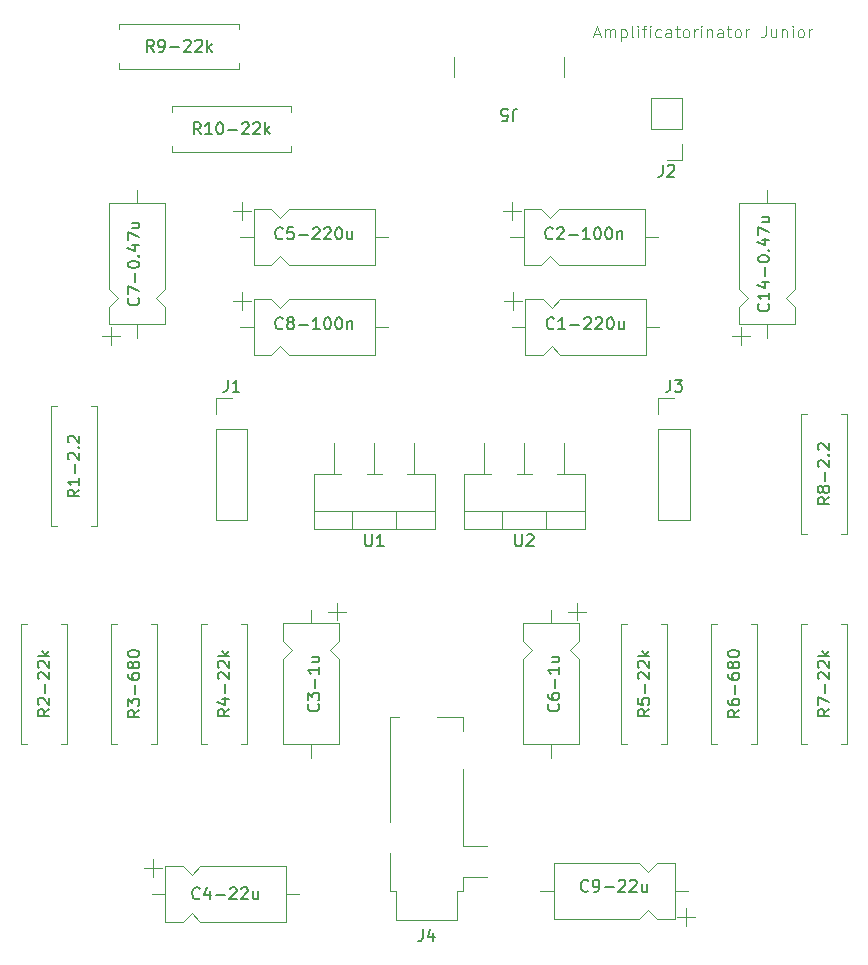
<source format=gbr>
%TF.GenerationSoftware,KiCad,Pcbnew,7.0.11-2.fc39*%
%TF.CreationDate,2024-04-27T19:47:06+02:00*%
%TF.ProjectId,tda2050-devboard,74646132-3035-4302-9d64-6576626f6172,rev?*%
%TF.SameCoordinates,Original*%
%TF.FileFunction,Legend,Top*%
%TF.FilePolarity,Positive*%
%FSLAX46Y46*%
G04 Gerber Fmt 4.6, Leading zero omitted, Abs format (unit mm)*
G04 Created by KiCad (PCBNEW 7.0.11-2.fc39) date 2024-04-27 19:47:06*
%MOMM*%
%LPD*%
G01*
G04 APERTURE LIST*
%ADD10C,0.100000*%
%ADD11C,0.150000*%
%ADD12C,0.120000*%
G04 APERTURE END LIST*
D10*
X165356265Y-61181704D02*
X165832455Y-61181704D01*
X165261027Y-61467419D02*
X165594360Y-60467419D01*
X165594360Y-60467419D02*
X165927693Y-61467419D01*
X166261027Y-61467419D02*
X166261027Y-60800752D01*
X166261027Y-60895990D02*
X166308646Y-60848371D01*
X166308646Y-60848371D02*
X166403884Y-60800752D01*
X166403884Y-60800752D02*
X166546741Y-60800752D01*
X166546741Y-60800752D02*
X166641979Y-60848371D01*
X166641979Y-60848371D02*
X166689598Y-60943609D01*
X166689598Y-60943609D02*
X166689598Y-61467419D01*
X166689598Y-60943609D02*
X166737217Y-60848371D01*
X166737217Y-60848371D02*
X166832455Y-60800752D01*
X166832455Y-60800752D02*
X166975312Y-60800752D01*
X166975312Y-60800752D02*
X167070551Y-60848371D01*
X167070551Y-60848371D02*
X167118170Y-60943609D01*
X167118170Y-60943609D02*
X167118170Y-61467419D01*
X167594360Y-60800752D02*
X167594360Y-61800752D01*
X167594360Y-60848371D02*
X167689598Y-60800752D01*
X167689598Y-60800752D02*
X167880074Y-60800752D01*
X167880074Y-60800752D02*
X167975312Y-60848371D01*
X167975312Y-60848371D02*
X168022931Y-60895990D01*
X168022931Y-60895990D02*
X168070550Y-60991228D01*
X168070550Y-60991228D02*
X168070550Y-61276942D01*
X168070550Y-61276942D02*
X168022931Y-61372180D01*
X168022931Y-61372180D02*
X167975312Y-61419800D01*
X167975312Y-61419800D02*
X167880074Y-61467419D01*
X167880074Y-61467419D02*
X167689598Y-61467419D01*
X167689598Y-61467419D02*
X167594360Y-61419800D01*
X168641979Y-61467419D02*
X168546741Y-61419800D01*
X168546741Y-61419800D02*
X168499122Y-61324561D01*
X168499122Y-61324561D02*
X168499122Y-60467419D01*
X169022932Y-61467419D02*
X169022932Y-60800752D01*
X169022932Y-60467419D02*
X168975313Y-60515038D01*
X168975313Y-60515038D02*
X169022932Y-60562657D01*
X169022932Y-60562657D02*
X169070551Y-60515038D01*
X169070551Y-60515038D02*
X169022932Y-60467419D01*
X169022932Y-60467419D02*
X169022932Y-60562657D01*
X169356265Y-60800752D02*
X169737217Y-60800752D01*
X169499122Y-61467419D02*
X169499122Y-60610276D01*
X169499122Y-60610276D02*
X169546741Y-60515038D01*
X169546741Y-60515038D02*
X169641979Y-60467419D01*
X169641979Y-60467419D02*
X169737217Y-60467419D01*
X170070551Y-61467419D02*
X170070551Y-60800752D01*
X170070551Y-60467419D02*
X170022932Y-60515038D01*
X170022932Y-60515038D02*
X170070551Y-60562657D01*
X170070551Y-60562657D02*
X170118170Y-60515038D01*
X170118170Y-60515038D02*
X170070551Y-60467419D01*
X170070551Y-60467419D02*
X170070551Y-60562657D01*
X170975312Y-61419800D02*
X170880074Y-61467419D01*
X170880074Y-61467419D02*
X170689598Y-61467419D01*
X170689598Y-61467419D02*
X170594360Y-61419800D01*
X170594360Y-61419800D02*
X170546741Y-61372180D01*
X170546741Y-61372180D02*
X170499122Y-61276942D01*
X170499122Y-61276942D02*
X170499122Y-60991228D01*
X170499122Y-60991228D02*
X170546741Y-60895990D01*
X170546741Y-60895990D02*
X170594360Y-60848371D01*
X170594360Y-60848371D02*
X170689598Y-60800752D01*
X170689598Y-60800752D02*
X170880074Y-60800752D01*
X170880074Y-60800752D02*
X170975312Y-60848371D01*
X171832455Y-61467419D02*
X171832455Y-60943609D01*
X171832455Y-60943609D02*
X171784836Y-60848371D01*
X171784836Y-60848371D02*
X171689598Y-60800752D01*
X171689598Y-60800752D02*
X171499122Y-60800752D01*
X171499122Y-60800752D02*
X171403884Y-60848371D01*
X171832455Y-61419800D02*
X171737217Y-61467419D01*
X171737217Y-61467419D02*
X171499122Y-61467419D01*
X171499122Y-61467419D02*
X171403884Y-61419800D01*
X171403884Y-61419800D02*
X171356265Y-61324561D01*
X171356265Y-61324561D02*
X171356265Y-61229323D01*
X171356265Y-61229323D02*
X171403884Y-61134085D01*
X171403884Y-61134085D02*
X171499122Y-61086466D01*
X171499122Y-61086466D02*
X171737217Y-61086466D01*
X171737217Y-61086466D02*
X171832455Y-61038847D01*
X172165789Y-60800752D02*
X172546741Y-60800752D01*
X172308646Y-60467419D02*
X172308646Y-61324561D01*
X172308646Y-61324561D02*
X172356265Y-61419800D01*
X172356265Y-61419800D02*
X172451503Y-61467419D01*
X172451503Y-61467419D02*
X172546741Y-61467419D01*
X173022932Y-61467419D02*
X172927694Y-61419800D01*
X172927694Y-61419800D02*
X172880075Y-61372180D01*
X172880075Y-61372180D02*
X172832456Y-61276942D01*
X172832456Y-61276942D02*
X172832456Y-60991228D01*
X172832456Y-60991228D02*
X172880075Y-60895990D01*
X172880075Y-60895990D02*
X172927694Y-60848371D01*
X172927694Y-60848371D02*
X173022932Y-60800752D01*
X173022932Y-60800752D02*
X173165789Y-60800752D01*
X173165789Y-60800752D02*
X173261027Y-60848371D01*
X173261027Y-60848371D02*
X173308646Y-60895990D01*
X173308646Y-60895990D02*
X173356265Y-60991228D01*
X173356265Y-60991228D02*
X173356265Y-61276942D01*
X173356265Y-61276942D02*
X173308646Y-61372180D01*
X173308646Y-61372180D02*
X173261027Y-61419800D01*
X173261027Y-61419800D02*
X173165789Y-61467419D01*
X173165789Y-61467419D02*
X173022932Y-61467419D01*
X173784837Y-61467419D02*
X173784837Y-60800752D01*
X173784837Y-60991228D02*
X173832456Y-60895990D01*
X173832456Y-60895990D02*
X173880075Y-60848371D01*
X173880075Y-60848371D02*
X173975313Y-60800752D01*
X173975313Y-60800752D02*
X174070551Y-60800752D01*
X174403885Y-61467419D02*
X174403885Y-60800752D01*
X174403885Y-60467419D02*
X174356266Y-60515038D01*
X174356266Y-60515038D02*
X174403885Y-60562657D01*
X174403885Y-60562657D02*
X174451504Y-60515038D01*
X174451504Y-60515038D02*
X174403885Y-60467419D01*
X174403885Y-60467419D02*
X174403885Y-60562657D01*
X174880075Y-60800752D02*
X174880075Y-61467419D01*
X174880075Y-60895990D02*
X174927694Y-60848371D01*
X174927694Y-60848371D02*
X175022932Y-60800752D01*
X175022932Y-60800752D02*
X175165789Y-60800752D01*
X175165789Y-60800752D02*
X175261027Y-60848371D01*
X175261027Y-60848371D02*
X175308646Y-60943609D01*
X175308646Y-60943609D02*
X175308646Y-61467419D01*
X176213408Y-61467419D02*
X176213408Y-60943609D01*
X176213408Y-60943609D02*
X176165789Y-60848371D01*
X176165789Y-60848371D02*
X176070551Y-60800752D01*
X176070551Y-60800752D02*
X175880075Y-60800752D01*
X175880075Y-60800752D02*
X175784837Y-60848371D01*
X176213408Y-61419800D02*
X176118170Y-61467419D01*
X176118170Y-61467419D02*
X175880075Y-61467419D01*
X175880075Y-61467419D02*
X175784837Y-61419800D01*
X175784837Y-61419800D02*
X175737218Y-61324561D01*
X175737218Y-61324561D02*
X175737218Y-61229323D01*
X175737218Y-61229323D02*
X175784837Y-61134085D01*
X175784837Y-61134085D02*
X175880075Y-61086466D01*
X175880075Y-61086466D02*
X176118170Y-61086466D01*
X176118170Y-61086466D02*
X176213408Y-61038847D01*
X176546742Y-60800752D02*
X176927694Y-60800752D01*
X176689599Y-60467419D02*
X176689599Y-61324561D01*
X176689599Y-61324561D02*
X176737218Y-61419800D01*
X176737218Y-61419800D02*
X176832456Y-61467419D01*
X176832456Y-61467419D02*
X176927694Y-61467419D01*
X177403885Y-61467419D02*
X177308647Y-61419800D01*
X177308647Y-61419800D02*
X177261028Y-61372180D01*
X177261028Y-61372180D02*
X177213409Y-61276942D01*
X177213409Y-61276942D02*
X177213409Y-60991228D01*
X177213409Y-60991228D02*
X177261028Y-60895990D01*
X177261028Y-60895990D02*
X177308647Y-60848371D01*
X177308647Y-60848371D02*
X177403885Y-60800752D01*
X177403885Y-60800752D02*
X177546742Y-60800752D01*
X177546742Y-60800752D02*
X177641980Y-60848371D01*
X177641980Y-60848371D02*
X177689599Y-60895990D01*
X177689599Y-60895990D02*
X177737218Y-60991228D01*
X177737218Y-60991228D02*
X177737218Y-61276942D01*
X177737218Y-61276942D02*
X177689599Y-61372180D01*
X177689599Y-61372180D02*
X177641980Y-61419800D01*
X177641980Y-61419800D02*
X177546742Y-61467419D01*
X177546742Y-61467419D02*
X177403885Y-61467419D01*
X178165790Y-61467419D02*
X178165790Y-60800752D01*
X178165790Y-60991228D02*
X178213409Y-60895990D01*
X178213409Y-60895990D02*
X178261028Y-60848371D01*
X178261028Y-60848371D02*
X178356266Y-60800752D01*
X178356266Y-60800752D02*
X178451504Y-60800752D01*
X179832457Y-60467419D02*
X179832457Y-61181704D01*
X179832457Y-61181704D02*
X179784838Y-61324561D01*
X179784838Y-61324561D02*
X179689600Y-61419800D01*
X179689600Y-61419800D02*
X179546743Y-61467419D01*
X179546743Y-61467419D02*
X179451505Y-61467419D01*
X180737219Y-60800752D02*
X180737219Y-61467419D01*
X180308648Y-60800752D02*
X180308648Y-61324561D01*
X180308648Y-61324561D02*
X180356267Y-61419800D01*
X180356267Y-61419800D02*
X180451505Y-61467419D01*
X180451505Y-61467419D02*
X180594362Y-61467419D01*
X180594362Y-61467419D02*
X180689600Y-61419800D01*
X180689600Y-61419800D02*
X180737219Y-61372180D01*
X181213410Y-60800752D02*
X181213410Y-61467419D01*
X181213410Y-60895990D02*
X181261029Y-60848371D01*
X181261029Y-60848371D02*
X181356267Y-60800752D01*
X181356267Y-60800752D02*
X181499124Y-60800752D01*
X181499124Y-60800752D02*
X181594362Y-60848371D01*
X181594362Y-60848371D02*
X181641981Y-60943609D01*
X181641981Y-60943609D02*
X181641981Y-61467419D01*
X182118172Y-61467419D02*
X182118172Y-60800752D01*
X182118172Y-60467419D02*
X182070553Y-60515038D01*
X182070553Y-60515038D02*
X182118172Y-60562657D01*
X182118172Y-60562657D02*
X182165791Y-60515038D01*
X182165791Y-60515038D02*
X182118172Y-60467419D01*
X182118172Y-60467419D02*
X182118172Y-60562657D01*
X182737219Y-61467419D02*
X182641981Y-61419800D01*
X182641981Y-61419800D02*
X182594362Y-61372180D01*
X182594362Y-61372180D02*
X182546743Y-61276942D01*
X182546743Y-61276942D02*
X182546743Y-60991228D01*
X182546743Y-60991228D02*
X182594362Y-60895990D01*
X182594362Y-60895990D02*
X182641981Y-60848371D01*
X182641981Y-60848371D02*
X182737219Y-60800752D01*
X182737219Y-60800752D02*
X182880076Y-60800752D01*
X182880076Y-60800752D02*
X182975314Y-60848371D01*
X182975314Y-60848371D02*
X183022933Y-60895990D01*
X183022933Y-60895990D02*
X183070552Y-60991228D01*
X183070552Y-60991228D02*
X183070552Y-61276942D01*
X183070552Y-61276942D02*
X183022933Y-61372180D01*
X183022933Y-61372180D02*
X182975314Y-61419800D01*
X182975314Y-61419800D02*
X182880076Y-61467419D01*
X182880076Y-61467419D02*
X182737219Y-61467419D01*
X183499124Y-61467419D02*
X183499124Y-60800752D01*
X183499124Y-60991228D02*
X183546743Y-60895990D01*
X183546743Y-60895990D02*
X183594362Y-60848371D01*
X183594362Y-60848371D02*
X183689600Y-60800752D01*
X183689600Y-60800752D02*
X183784838Y-60800752D01*
D11*
X158448333Y-68510180D02*
X158448333Y-67795895D01*
X158448333Y-67795895D02*
X158495952Y-67653038D01*
X158495952Y-67653038D02*
X158591190Y-67557800D01*
X158591190Y-67557800D02*
X158734047Y-67510180D01*
X158734047Y-67510180D02*
X158829285Y-67510180D01*
X157495952Y-68510180D02*
X157972142Y-68510180D01*
X157972142Y-68510180D02*
X158019761Y-68033990D01*
X158019761Y-68033990D02*
X157972142Y-68081609D01*
X157972142Y-68081609D02*
X157876904Y-68129228D01*
X157876904Y-68129228D02*
X157638809Y-68129228D01*
X157638809Y-68129228D02*
X157543571Y-68081609D01*
X157543571Y-68081609D02*
X157495952Y-68033990D01*
X157495952Y-68033990D02*
X157448333Y-67938752D01*
X157448333Y-67938752D02*
X157448333Y-67700657D01*
X157448333Y-67700657D02*
X157495952Y-67605419D01*
X157495952Y-67605419D02*
X157543571Y-67557800D01*
X157543571Y-67557800D02*
X157638809Y-67510180D01*
X157638809Y-67510180D02*
X157876904Y-67510180D01*
X157876904Y-67510180D02*
X157972142Y-67557800D01*
X157972142Y-67557800D02*
X158019761Y-67605419D01*
X158623095Y-103549819D02*
X158623095Y-104359342D01*
X158623095Y-104359342D02*
X158670714Y-104454580D01*
X158670714Y-104454580D02*
X158718333Y-104502200D01*
X158718333Y-104502200D02*
X158813571Y-104549819D01*
X158813571Y-104549819D02*
X159004047Y-104549819D01*
X159004047Y-104549819D02*
X159099285Y-104502200D01*
X159099285Y-104502200D02*
X159146904Y-104454580D01*
X159146904Y-104454580D02*
X159194523Y-104359342D01*
X159194523Y-104359342D02*
X159194523Y-103549819D01*
X159623095Y-103645057D02*
X159670714Y-103597438D01*
X159670714Y-103597438D02*
X159765952Y-103549819D01*
X159765952Y-103549819D02*
X160004047Y-103549819D01*
X160004047Y-103549819D02*
X160099285Y-103597438D01*
X160099285Y-103597438D02*
X160146904Y-103645057D01*
X160146904Y-103645057D02*
X160194523Y-103740295D01*
X160194523Y-103740295D02*
X160194523Y-103835533D01*
X160194523Y-103835533D02*
X160146904Y-103978390D01*
X160146904Y-103978390D02*
X159575476Y-104549819D01*
X159575476Y-104549819D02*
X160194523Y-104549819D01*
X145923095Y-103549819D02*
X145923095Y-104359342D01*
X145923095Y-104359342D02*
X145970714Y-104454580D01*
X145970714Y-104454580D02*
X146018333Y-104502200D01*
X146018333Y-104502200D02*
X146113571Y-104549819D01*
X146113571Y-104549819D02*
X146304047Y-104549819D01*
X146304047Y-104549819D02*
X146399285Y-104502200D01*
X146399285Y-104502200D02*
X146446904Y-104454580D01*
X146446904Y-104454580D02*
X146494523Y-104359342D01*
X146494523Y-104359342D02*
X146494523Y-103549819D01*
X147494523Y-104549819D02*
X146923095Y-104549819D01*
X147208809Y-104549819D02*
X147208809Y-103549819D01*
X147208809Y-103549819D02*
X147113571Y-103692676D01*
X147113571Y-103692676D02*
X147018333Y-103787914D01*
X147018333Y-103787914D02*
X146923095Y-103835533D01*
X132000952Y-69669819D02*
X131667619Y-69193628D01*
X131429524Y-69669819D02*
X131429524Y-68669819D01*
X131429524Y-68669819D02*
X131810476Y-68669819D01*
X131810476Y-68669819D02*
X131905714Y-68717438D01*
X131905714Y-68717438D02*
X131953333Y-68765057D01*
X131953333Y-68765057D02*
X132000952Y-68860295D01*
X132000952Y-68860295D02*
X132000952Y-69003152D01*
X132000952Y-69003152D02*
X131953333Y-69098390D01*
X131953333Y-69098390D02*
X131905714Y-69146009D01*
X131905714Y-69146009D02*
X131810476Y-69193628D01*
X131810476Y-69193628D02*
X131429524Y-69193628D01*
X132953333Y-69669819D02*
X132381905Y-69669819D01*
X132667619Y-69669819D02*
X132667619Y-68669819D01*
X132667619Y-68669819D02*
X132572381Y-68812676D01*
X132572381Y-68812676D02*
X132477143Y-68907914D01*
X132477143Y-68907914D02*
X132381905Y-68955533D01*
X133572381Y-68669819D02*
X133667619Y-68669819D01*
X133667619Y-68669819D02*
X133762857Y-68717438D01*
X133762857Y-68717438D02*
X133810476Y-68765057D01*
X133810476Y-68765057D02*
X133858095Y-68860295D01*
X133858095Y-68860295D02*
X133905714Y-69050771D01*
X133905714Y-69050771D02*
X133905714Y-69288866D01*
X133905714Y-69288866D02*
X133858095Y-69479342D01*
X133858095Y-69479342D02*
X133810476Y-69574580D01*
X133810476Y-69574580D02*
X133762857Y-69622200D01*
X133762857Y-69622200D02*
X133667619Y-69669819D01*
X133667619Y-69669819D02*
X133572381Y-69669819D01*
X133572381Y-69669819D02*
X133477143Y-69622200D01*
X133477143Y-69622200D02*
X133429524Y-69574580D01*
X133429524Y-69574580D02*
X133381905Y-69479342D01*
X133381905Y-69479342D02*
X133334286Y-69288866D01*
X133334286Y-69288866D02*
X133334286Y-69050771D01*
X133334286Y-69050771D02*
X133381905Y-68860295D01*
X133381905Y-68860295D02*
X133429524Y-68765057D01*
X133429524Y-68765057D02*
X133477143Y-68717438D01*
X133477143Y-68717438D02*
X133572381Y-68669819D01*
X134334286Y-69288866D02*
X135096191Y-69288866D01*
X135524762Y-68765057D02*
X135572381Y-68717438D01*
X135572381Y-68717438D02*
X135667619Y-68669819D01*
X135667619Y-68669819D02*
X135905714Y-68669819D01*
X135905714Y-68669819D02*
X136000952Y-68717438D01*
X136000952Y-68717438D02*
X136048571Y-68765057D01*
X136048571Y-68765057D02*
X136096190Y-68860295D01*
X136096190Y-68860295D02*
X136096190Y-68955533D01*
X136096190Y-68955533D02*
X136048571Y-69098390D01*
X136048571Y-69098390D02*
X135477143Y-69669819D01*
X135477143Y-69669819D02*
X136096190Y-69669819D01*
X136477143Y-68765057D02*
X136524762Y-68717438D01*
X136524762Y-68717438D02*
X136620000Y-68669819D01*
X136620000Y-68669819D02*
X136858095Y-68669819D01*
X136858095Y-68669819D02*
X136953333Y-68717438D01*
X136953333Y-68717438D02*
X137000952Y-68765057D01*
X137000952Y-68765057D02*
X137048571Y-68860295D01*
X137048571Y-68860295D02*
X137048571Y-68955533D01*
X137048571Y-68955533D02*
X137000952Y-69098390D01*
X137000952Y-69098390D02*
X136429524Y-69669819D01*
X136429524Y-69669819D02*
X137048571Y-69669819D01*
X137477143Y-69669819D02*
X137477143Y-68669819D01*
X137572381Y-69288866D02*
X137858095Y-69669819D01*
X137858095Y-69003152D02*
X137477143Y-69384104D01*
X128032142Y-62684819D02*
X127698809Y-62208628D01*
X127460714Y-62684819D02*
X127460714Y-61684819D01*
X127460714Y-61684819D02*
X127841666Y-61684819D01*
X127841666Y-61684819D02*
X127936904Y-61732438D01*
X127936904Y-61732438D02*
X127984523Y-61780057D01*
X127984523Y-61780057D02*
X128032142Y-61875295D01*
X128032142Y-61875295D02*
X128032142Y-62018152D01*
X128032142Y-62018152D02*
X127984523Y-62113390D01*
X127984523Y-62113390D02*
X127936904Y-62161009D01*
X127936904Y-62161009D02*
X127841666Y-62208628D01*
X127841666Y-62208628D02*
X127460714Y-62208628D01*
X128508333Y-62684819D02*
X128698809Y-62684819D01*
X128698809Y-62684819D02*
X128794047Y-62637200D01*
X128794047Y-62637200D02*
X128841666Y-62589580D01*
X128841666Y-62589580D02*
X128936904Y-62446723D01*
X128936904Y-62446723D02*
X128984523Y-62256247D01*
X128984523Y-62256247D02*
X128984523Y-61875295D01*
X128984523Y-61875295D02*
X128936904Y-61780057D01*
X128936904Y-61780057D02*
X128889285Y-61732438D01*
X128889285Y-61732438D02*
X128794047Y-61684819D01*
X128794047Y-61684819D02*
X128603571Y-61684819D01*
X128603571Y-61684819D02*
X128508333Y-61732438D01*
X128508333Y-61732438D02*
X128460714Y-61780057D01*
X128460714Y-61780057D02*
X128413095Y-61875295D01*
X128413095Y-61875295D02*
X128413095Y-62113390D01*
X128413095Y-62113390D02*
X128460714Y-62208628D01*
X128460714Y-62208628D02*
X128508333Y-62256247D01*
X128508333Y-62256247D02*
X128603571Y-62303866D01*
X128603571Y-62303866D02*
X128794047Y-62303866D01*
X128794047Y-62303866D02*
X128889285Y-62256247D01*
X128889285Y-62256247D02*
X128936904Y-62208628D01*
X128936904Y-62208628D02*
X128984523Y-62113390D01*
X129413095Y-62303866D02*
X130175000Y-62303866D01*
X130603571Y-61780057D02*
X130651190Y-61732438D01*
X130651190Y-61732438D02*
X130746428Y-61684819D01*
X130746428Y-61684819D02*
X130984523Y-61684819D01*
X130984523Y-61684819D02*
X131079761Y-61732438D01*
X131079761Y-61732438D02*
X131127380Y-61780057D01*
X131127380Y-61780057D02*
X131174999Y-61875295D01*
X131174999Y-61875295D02*
X131174999Y-61970533D01*
X131174999Y-61970533D02*
X131127380Y-62113390D01*
X131127380Y-62113390D02*
X130555952Y-62684819D01*
X130555952Y-62684819D02*
X131174999Y-62684819D01*
X131555952Y-61780057D02*
X131603571Y-61732438D01*
X131603571Y-61732438D02*
X131698809Y-61684819D01*
X131698809Y-61684819D02*
X131936904Y-61684819D01*
X131936904Y-61684819D02*
X132032142Y-61732438D01*
X132032142Y-61732438D02*
X132079761Y-61780057D01*
X132079761Y-61780057D02*
X132127380Y-61875295D01*
X132127380Y-61875295D02*
X132127380Y-61970533D01*
X132127380Y-61970533D02*
X132079761Y-62113390D01*
X132079761Y-62113390D02*
X131508333Y-62684819D01*
X131508333Y-62684819D02*
X132127380Y-62684819D01*
X132555952Y-62684819D02*
X132555952Y-61684819D01*
X132651190Y-62303866D02*
X132936904Y-62684819D01*
X132936904Y-62018152D02*
X132555952Y-62399104D01*
X185239819Y-100401190D02*
X184763628Y-100734523D01*
X185239819Y-100972618D02*
X184239819Y-100972618D01*
X184239819Y-100972618D02*
X184239819Y-100591666D01*
X184239819Y-100591666D02*
X184287438Y-100496428D01*
X184287438Y-100496428D02*
X184335057Y-100448809D01*
X184335057Y-100448809D02*
X184430295Y-100401190D01*
X184430295Y-100401190D02*
X184573152Y-100401190D01*
X184573152Y-100401190D02*
X184668390Y-100448809D01*
X184668390Y-100448809D02*
X184716009Y-100496428D01*
X184716009Y-100496428D02*
X184763628Y-100591666D01*
X184763628Y-100591666D02*
X184763628Y-100972618D01*
X184668390Y-99829761D02*
X184620771Y-99924999D01*
X184620771Y-99924999D02*
X184573152Y-99972618D01*
X184573152Y-99972618D02*
X184477914Y-100020237D01*
X184477914Y-100020237D02*
X184430295Y-100020237D01*
X184430295Y-100020237D02*
X184335057Y-99972618D01*
X184335057Y-99972618D02*
X184287438Y-99924999D01*
X184287438Y-99924999D02*
X184239819Y-99829761D01*
X184239819Y-99829761D02*
X184239819Y-99639285D01*
X184239819Y-99639285D02*
X184287438Y-99544047D01*
X184287438Y-99544047D02*
X184335057Y-99496428D01*
X184335057Y-99496428D02*
X184430295Y-99448809D01*
X184430295Y-99448809D02*
X184477914Y-99448809D01*
X184477914Y-99448809D02*
X184573152Y-99496428D01*
X184573152Y-99496428D02*
X184620771Y-99544047D01*
X184620771Y-99544047D02*
X184668390Y-99639285D01*
X184668390Y-99639285D02*
X184668390Y-99829761D01*
X184668390Y-99829761D02*
X184716009Y-99924999D01*
X184716009Y-99924999D02*
X184763628Y-99972618D01*
X184763628Y-99972618D02*
X184858866Y-100020237D01*
X184858866Y-100020237D02*
X185049342Y-100020237D01*
X185049342Y-100020237D02*
X185144580Y-99972618D01*
X185144580Y-99972618D02*
X185192200Y-99924999D01*
X185192200Y-99924999D02*
X185239819Y-99829761D01*
X185239819Y-99829761D02*
X185239819Y-99639285D01*
X185239819Y-99639285D02*
X185192200Y-99544047D01*
X185192200Y-99544047D02*
X185144580Y-99496428D01*
X185144580Y-99496428D02*
X185049342Y-99448809D01*
X185049342Y-99448809D02*
X184858866Y-99448809D01*
X184858866Y-99448809D02*
X184763628Y-99496428D01*
X184763628Y-99496428D02*
X184716009Y-99544047D01*
X184716009Y-99544047D02*
X184668390Y-99639285D01*
X184858866Y-99020237D02*
X184858866Y-98258333D01*
X184335057Y-97829761D02*
X184287438Y-97782142D01*
X184287438Y-97782142D02*
X184239819Y-97686904D01*
X184239819Y-97686904D02*
X184239819Y-97448809D01*
X184239819Y-97448809D02*
X184287438Y-97353571D01*
X184287438Y-97353571D02*
X184335057Y-97305952D01*
X184335057Y-97305952D02*
X184430295Y-97258333D01*
X184430295Y-97258333D02*
X184525533Y-97258333D01*
X184525533Y-97258333D02*
X184668390Y-97305952D01*
X184668390Y-97305952D02*
X185239819Y-97877380D01*
X185239819Y-97877380D02*
X185239819Y-97258333D01*
X185144580Y-96829761D02*
X185192200Y-96782142D01*
X185192200Y-96782142D02*
X185239819Y-96829761D01*
X185239819Y-96829761D02*
X185192200Y-96877380D01*
X185192200Y-96877380D02*
X185144580Y-96829761D01*
X185144580Y-96829761D02*
X185239819Y-96829761D01*
X184335057Y-96401190D02*
X184287438Y-96353571D01*
X184287438Y-96353571D02*
X184239819Y-96258333D01*
X184239819Y-96258333D02*
X184239819Y-96020238D01*
X184239819Y-96020238D02*
X184287438Y-95925000D01*
X184287438Y-95925000D02*
X184335057Y-95877381D01*
X184335057Y-95877381D02*
X184430295Y-95829762D01*
X184430295Y-95829762D02*
X184525533Y-95829762D01*
X184525533Y-95829762D02*
X184668390Y-95877381D01*
X184668390Y-95877381D02*
X185239819Y-96448809D01*
X185239819Y-96448809D02*
X185239819Y-95829762D01*
X185239819Y-118347857D02*
X184763628Y-118681190D01*
X185239819Y-118919285D02*
X184239819Y-118919285D01*
X184239819Y-118919285D02*
X184239819Y-118538333D01*
X184239819Y-118538333D02*
X184287438Y-118443095D01*
X184287438Y-118443095D02*
X184335057Y-118395476D01*
X184335057Y-118395476D02*
X184430295Y-118347857D01*
X184430295Y-118347857D02*
X184573152Y-118347857D01*
X184573152Y-118347857D02*
X184668390Y-118395476D01*
X184668390Y-118395476D02*
X184716009Y-118443095D01*
X184716009Y-118443095D02*
X184763628Y-118538333D01*
X184763628Y-118538333D02*
X184763628Y-118919285D01*
X184239819Y-118014523D02*
X184239819Y-117347857D01*
X184239819Y-117347857D02*
X185239819Y-117776428D01*
X184858866Y-116966904D02*
X184858866Y-116205000D01*
X184335057Y-115776428D02*
X184287438Y-115728809D01*
X184287438Y-115728809D02*
X184239819Y-115633571D01*
X184239819Y-115633571D02*
X184239819Y-115395476D01*
X184239819Y-115395476D02*
X184287438Y-115300238D01*
X184287438Y-115300238D02*
X184335057Y-115252619D01*
X184335057Y-115252619D02*
X184430295Y-115205000D01*
X184430295Y-115205000D02*
X184525533Y-115205000D01*
X184525533Y-115205000D02*
X184668390Y-115252619D01*
X184668390Y-115252619D02*
X185239819Y-115824047D01*
X185239819Y-115824047D02*
X185239819Y-115205000D01*
X184335057Y-114824047D02*
X184287438Y-114776428D01*
X184287438Y-114776428D02*
X184239819Y-114681190D01*
X184239819Y-114681190D02*
X184239819Y-114443095D01*
X184239819Y-114443095D02*
X184287438Y-114347857D01*
X184287438Y-114347857D02*
X184335057Y-114300238D01*
X184335057Y-114300238D02*
X184430295Y-114252619D01*
X184430295Y-114252619D02*
X184525533Y-114252619D01*
X184525533Y-114252619D02*
X184668390Y-114300238D01*
X184668390Y-114300238D02*
X185239819Y-114871666D01*
X185239819Y-114871666D02*
X185239819Y-114252619D01*
X185239819Y-113824047D02*
X184239819Y-113824047D01*
X184858866Y-113728809D02*
X185239819Y-113443095D01*
X184573152Y-113443095D02*
X184954104Y-113824047D01*
X177619819Y-118419285D02*
X177143628Y-118752618D01*
X177619819Y-118990713D02*
X176619819Y-118990713D01*
X176619819Y-118990713D02*
X176619819Y-118609761D01*
X176619819Y-118609761D02*
X176667438Y-118514523D01*
X176667438Y-118514523D02*
X176715057Y-118466904D01*
X176715057Y-118466904D02*
X176810295Y-118419285D01*
X176810295Y-118419285D02*
X176953152Y-118419285D01*
X176953152Y-118419285D02*
X177048390Y-118466904D01*
X177048390Y-118466904D02*
X177096009Y-118514523D01*
X177096009Y-118514523D02*
X177143628Y-118609761D01*
X177143628Y-118609761D02*
X177143628Y-118990713D01*
X176619819Y-117562142D02*
X176619819Y-117752618D01*
X176619819Y-117752618D02*
X176667438Y-117847856D01*
X176667438Y-117847856D02*
X176715057Y-117895475D01*
X176715057Y-117895475D02*
X176857914Y-117990713D01*
X176857914Y-117990713D02*
X177048390Y-118038332D01*
X177048390Y-118038332D02*
X177429342Y-118038332D01*
X177429342Y-118038332D02*
X177524580Y-117990713D01*
X177524580Y-117990713D02*
X177572200Y-117943094D01*
X177572200Y-117943094D02*
X177619819Y-117847856D01*
X177619819Y-117847856D02*
X177619819Y-117657380D01*
X177619819Y-117657380D02*
X177572200Y-117562142D01*
X177572200Y-117562142D02*
X177524580Y-117514523D01*
X177524580Y-117514523D02*
X177429342Y-117466904D01*
X177429342Y-117466904D02*
X177191247Y-117466904D01*
X177191247Y-117466904D02*
X177096009Y-117514523D01*
X177096009Y-117514523D02*
X177048390Y-117562142D01*
X177048390Y-117562142D02*
X177000771Y-117657380D01*
X177000771Y-117657380D02*
X177000771Y-117847856D01*
X177000771Y-117847856D02*
X177048390Y-117943094D01*
X177048390Y-117943094D02*
X177096009Y-117990713D01*
X177096009Y-117990713D02*
X177191247Y-118038332D01*
X177238866Y-117038332D02*
X177238866Y-116276428D01*
X176619819Y-115371666D02*
X176619819Y-115562142D01*
X176619819Y-115562142D02*
X176667438Y-115657380D01*
X176667438Y-115657380D02*
X176715057Y-115704999D01*
X176715057Y-115704999D02*
X176857914Y-115800237D01*
X176857914Y-115800237D02*
X177048390Y-115847856D01*
X177048390Y-115847856D02*
X177429342Y-115847856D01*
X177429342Y-115847856D02*
X177524580Y-115800237D01*
X177524580Y-115800237D02*
X177572200Y-115752618D01*
X177572200Y-115752618D02*
X177619819Y-115657380D01*
X177619819Y-115657380D02*
X177619819Y-115466904D01*
X177619819Y-115466904D02*
X177572200Y-115371666D01*
X177572200Y-115371666D02*
X177524580Y-115324047D01*
X177524580Y-115324047D02*
X177429342Y-115276428D01*
X177429342Y-115276428D02*
X177191247Y-115276428D01*
X177191247Y-115276428D02*
X177096009Y-115324047D01*
X177096009Y-115324047D02*
X177048390Y-115371666D01*
X177048390Y-115371666D02*
X177000771Y-115466904D01*
X177000771Y-115466904D02*
X177000771Y-115657380D01*
X177000771Y-115657380D02*
X177048390Y-115752618D01*
X177048390Y-115752618D02*
X177096009Y-115800237D01*
X177096009Y-115800237D02*
X177191247Y-115847856D01*
X177048390Y-114704999D02*
X177000771Y-114800237D01*
X177000771Y-114800237D02*
X176953152Y-114847856D01*
X176953152Y-114847856D02*
X176857914Y-114895475D01*
X176857914Y-114895475D02*
X176810295Y-114895475D01*
X176810295Y-114895475D02*
X176715057Y-114847856D01*
X176715057Y-114847856D02*
X176667438Y-114800237D01*
X176667438Y-114800237D02*
X176619819Y-114704999D01*
X176619819Y-114704999D02*
X176619819Y-114514523D01*
X176619819Y-114514523D02*
X176667438Y-114419285D01*
X176667438Y-114419285D02*
X176715057Y-114371666D01*
X176715057Y-114371666D02*
X176810295Y-114324047D01*
X176810295Y-114324047D02*
X176857914Y-114324047D01*
X176857914Y-114324047D02*
X176953152Y-114371666D01*
X176953152Y-114371666D02*
X177000771Y-114419285D01*
X177000771Y-114419285D02*
X177048390Y-114514523D01*
X177048390Y-114514523D02*
X177048390Y-114704999D01*
X177048390Y-114704999D02*
X177096009Y-114800237D01*
X177096009Y-114800237D02*
X177143628Y-114847856D01*
X177143628Y-114847856D02*
X177238866Y-114895475D01*
X177238866Y-114895475D02*
X177429342Y-114895475D01*
X177429342Y-114895475D02*
X177524580Y-114847856D01*
X177524580Y-114847856D02*
X177572200Y-114800237D01*
X177572200Y-114800237D02*
X177619819Y-114704999D01*
X177619819Y-114704999D02*
X177619819Y-114514523D01*
X177619819Y-114514523D02*
X177572200Y-114419285D01*
X177572200Y-114419285D02*
X177524580Y-114371666D01*
X177524580Y-114371666D02*
X177429342Y-114324047D01*
X177429342Y-114324047D02*
X177238866Y-114324047D01*
X177238866Y-114324047D02*
X177143628Y-114371666D01*
X177143628Y-114371666D02*
X177096009Y-114419285D01*
X177096009Y-114419285D02*
X177048390Y-114514523D01*
X176619819Y-113704999D02*
X176619819Y-113609761D01*
X176619819Y-113609761D02*
X176667438Y-113514523D01*
X176667438Y-113514523D02*
X176715057Y-113466904D01*
X176715057Y-113466904D02*
X176810295Y-113419285D01*
X176810295Y-113419285D02*
X177000771Y-113371666D01*
X177000771Y-113371666D02*
X177238866Y-113371666D01*
X177238866Y-113371666D02*
X177429342Y-113419285D01*
X177429342Y-113419285D02*
X177524580Y-113466904D01*
X177524580Y-113466904D02*
X177572200Y-113514523D01*
X177572200Y-113514523D02*
X177619819Y-113609761D01*
X177619819Y-113609761D02*
X177619819Y-113704999D01*
X177619819Y-113704999D02*
X177572200Y-113800237D01*
X177572200Y-113800237D02*
X177524580Y-113847856D01*
X177524580Y-113847856D02*
X177429342Y-113895475D01*
X177429342Y-113895475D02*
X177238866Y-113943094D01*
X177238866Y-113943094D02*
X177000771Y-113943094D01*
X177000771Y-113943094D02*
X176810295Y-113895475D01*
X176810295Y-113895475D02*
X176715057Y-113847856D01*
X176715057Y-113847856D02*
X176667438Y-113800237D01*
X176667438Y-113800237D02*
X176619819Y-113704999D01*
X169999819Y-118347857D02*
X169523628Y-118681190D01*
X169999819Y-118919285D02*
X168999819Y-118919285D01*
X168999819Y-118919285D02*
X168999819Y-118538333D01*
X168999819Y-118538333D02*
X169047438Y-118443095D01*
X169047438Y-118443095D02*
X169095057Y-118395476D01*
X169095057Y-118395476D02*
X169190295Y-118347857D01*
X169190295Y-118347857D02*
X169333152Y-118347857D01*
X169333152Y-118347857D02*
X169428390Y-118395476D01*
X169428390Y-118395476D02*
X169476009Y-118443095D01*
X169476009Y-118443095D02*
X169523628Y-118538333D01*
X169523628Y-118538333D02*
X169523628Y-118919285D01*
X168999819Y-117443095D02*
X168999819Y-117919285D01*
X168999819Y-117919285D02*
X169476009Y-117966904D01*
X169476009Y-117966904D02*
X169428390Y-117919285D01*
X169428390Y-117919285D02*
X169380771Y-117824047D01*
X169380771Y-117824047D02*
X169380771Y-117585952D01*
X169380771Y-117585952D02*
X169428390Y-117490714D01*
X169428390Y-117490714D02*
X169476009Y-117443095D01*
X169476009Y-117443095D02*
X169571247Y-117395476D01*
X169571247Y-117395476D02*
X169809342Y-117395476D01*
X169809342Y-117395476D02*
X169904580Y-117443095D01*
X169904580Y-117443095D02*
X169952200Y-117490714D01*
X169952200Y-117490714D02*
X169999819Y-117585952D01*
X169999819Y-117585952D02*
X169999819Y-117824047D01*
X169999819Y-117824047D02*
X169952200Y-117919285D01*
X169952200Y-117919285D02*
X169904580Y-117966904D01*
X169618866Y-116966904D02*
X169618866Y-116205000D01*
X169095057Y-115776428D02*
X169047438Y-115728809D01*
X169047438Y-115728809D02*
X168999819Y-115633571D01*
X168999819Y-115633571D02*
X168999819Y-115395476D01*
X168999819Y-115395476D02*
X169047438Y-115300238D01*
X169047438Y-115300238D02*
X169095057Y-115252619D01*
X169095057Y-115252619D02*
X169190295Y-115205000D01*
X169190295Y-115205000D02*
X169285533Y-115205000D01*
X169285533Y-115205000D02*
X169428390Y-115252619D01*
X169428390Y-115252619D02*
X169999819Y-115824047D01*
X169999819Y-115824047D02*
X169999819Y-115205000D01*
X169095057Y-114824047D02*
X169047438Y-114776428D01*
X169047438Y-114776428D02*
X168999819Y-114681190D01*
X168999819Y-114681190D02*
X168999819Y-114443095D01*
X168999819Y-114443095D02*
X169047438Y-114347857D01*
X169047438Y-114347857D02*
X169095057Y-114300238D01*
X169095057Y-114300238D02*
X169190295Y-114252619D01*
X169190295Y-114252619D02*
X169285533Y-114252619D01*
X169285533Y-114252619D02*
X169428390Y-114300238D01*
X169428390Y-114300238D02*
X169999819Y-114871666D01*
X169999819Y-114871666D02*
X169999819Y-114252619D01*
X169999819Y-113824047D02*
X168999819Y-113824047D01*
X169618866Y-113728809D02*
X169999819Y-113443095D01*
X169333152Y-113443095D02*
X169714104Y-113824047D01*
X134439819Y-118347857D02*
X133963628Y-118681190D01*
X134439819Y-118919285D02*
X133439819Y-118919285D01*
X133439819Y-118919285D02*
X133439819Y-118538333D01*
X133439819Y-118538333D02*
X133487438Y-118443095D01*
X133487438Y-118443095D02*
X133535057Y-118395476D01*
X133535057Y-118395476D02*
X133630295Y-118347857D01*
X133630295Y-118347857D02*
X133773152Y-118347857D01*
X133773152Y-118347857D02*
X133868390Y-118395476D01*
X133868390Y-118395476D02*
X133916009Y-118443095D01*
X133916009Y-118443095D02*
X133963628Y-118538333D01*
X133963628Y-118538333D02*
X133963628Y-118919285D01*
X133773152Y-117490714D02*
X134439819Y-117490714D01*
X133392200Y-117728809D02*
X134106485Y-117966904D01*
X134106485Y-117966904D02*
X134106485Y-117347857D01*
X134058866Y-116966904D02*
X134058866Y-116205000D01*
X133535057Y-115776428D02*
X133487438Y-115728809D01*
X133487438Y-115728809D02*
X133439819Y-115633571D01*
X133439819Y-115633571D02*
X133439819Y-115395476D01*
X133439819Y-115395476D02*
X133487438Y-115300238D01*
X133487438Y-115300238D02*
X133535057Y-115252619D01*
X133535057Y-115252619D02*
X133630295Y-115205000D01*
X133630295Y-115205000D02*
X133725533Y-115205000D01*
X133725533Y-115205000D02*
X133868390Y-115252619D01*
X133868390Y-115252619D02*
X134439819Y-115824047D01*
X134439819Y-115824047D02*
X134439819Y-115205000D01*
X133535057Y-114824047D02*
X133487438Y-114776428D01*
X133487438Y-114776428D02*
X133439819Y-114681190D01*
X133439819Y-114681190D02*
X133439819Y-114443095D01*
X133439819Y-114443095D02*
X133487438Y-114347857D01*
X133487438Y-114347857D02*
X133535057Y-114300238D01*
X133535057Y-114300238D02*
X133630295Y-114252619D01*
X133630295Y-114252619D02*
X133725533Y-114252619D01*
X133725533Y-114252619D02*
X133868390Y-114300238D01*
X133868390Y-114300238D02*
X134439819Y-114871666D01*
X134439819Y-114871666D02*
X134439819Y-114252619D01*
X134439819Y-113824047D02*
X133439819Y-113824047D01*
X134058866Y-113728809D02*
X134439819Y-113443095D01*
X133773152Y-113443095D02*
X134154104Y-113824047D01*
X126819819Y-118419285D02*
X126343628Y-118752618D01*
X126819819Y-118990713D02*
X125819819Y-118990713D01*
X125819819Y-118990713D02*
X125819819Y-118609761D01*
X125819819Y-118609761D02*
X125867438Y-118514523D01*
X125867438Y-118514523D02*
X125915057Y-118466904D01*
X125915057Y-118466904D02*
X126010295Y-118419285D01*
X126010295Y-118419285D02*
X126153152Y-118419285D01*
X126153152Y-118419285D02*
X126248390Y-118466904D01*
X126248390Y-118466904D02*
X126296009Y-118514523D01*
X126296009Y-118514523D02*
X126343628Y-118609761D01*
X126343628Y-118609761D02*
X126343628Y-118990713D01*
X125819819Y-118085951D02*
X125819819Y-117466904D01*
X125819819Y-117466904D02*
X126200771Y-117800237D01*
X126200771Y-117800237D02*
X126200771Y-117657380D01*
X126200771Y-117657380D02*
X126248390Y-117562142D01*
X126248390Y-117562142D02*
X126296009Y-117514523D01*
X126296009Y-117514523D02*
X126391247Y-117466904D01*
X126391247Y-117466904D02*
X126629342Y-117466904D01*
X126629342Y-117466904D02*
X126724580Y-117514523D01*
X126724580Y-117514523D02*
X126772200Y-117562142D01*
X126772200Y-117562142D02*
X126819819Y-117657380D01*
X126819819Y-117657380D02*
X126819819Y-117943094D01*
X126819819Y-117943094D02*
X126772200Y-118038332D01*
X126772200Y-118038332D02*
X126724580Y-118085951D01*
X126438866Y-117038332D02*
X126438866Y-116276428D01*
X125819819Y-115371666D02*
X125819819Y-115562142D01*
X125819819Y-115562142D02*
X125867438Y-115657380D01*
X125867438Y-115657380D02*
X125915057Y-115704999D01*
X125915057Y-115704999D02*
X126057914Y-115800237D01*
X126057914Y-115800237D02*
X126248390Y-115847856D01*
X126248390Y-115847856D02*
X126629342Y-115847856D01*
X126629342Y-115847856D02*
X126724580Y-115800237D01*
X126724580Y-115800237D02*
X126772200Y-115752618D01*
X126772200Y-115752618D02*
X126819819Y-115657380D01*
X126819819Y-115657380D02*
X126819819Y-115466904D01*
X126819819Y-115466904D02*
X126772200Y-115371666D01*
X126772200Y-115371666D02*
X126724580Y-115324047D01*
X126724580Y-115324047D02*
X126629342Y-115276428D01*
X126629342Y-115276428D02*
X126391247Y-115276428D01*
X126391247Y-115276428D02*
X126296009Y-115324047D01*
X126296009Y-115324047D02*
X126248390Y-115371666D01*
X126248390Y-115371666D02*
X126200771Y-115466904D01*
X126200771Y-115466904D02*
X126200771Y-115657380D01*
X126200771Y-115657380D02*
X126248390Y-115752618D01*
X126248390Y-115752618D02*
X126296009Y-115800237D01*
X126296009Y-115800237D02*
X126391247Y-115847856D01*
X126248390Y-114704999D02*
X126200771Y-114800237D01*
X126200771Y-114800237D02*
X126153152Y-114847856D01*
X126153152Y-114847856D02*
X126057914Y-114895475D01*
X126057914Y-114895475D02*
X126010295Y-114895475D01*
X126010295Y-114895475D02*
X125915057Y-114847856D01*
X125915057Y-114847856D02*
X125867438Y-114800237D01*
X125867438Y-114800237D02*
X125819819Y-114704999D01*
X125819819Y-114704999D02*
X125819819Y-114514523D01*
X125819819Y-114514523D02*
X125867438Y-114419285D01*
X125867438Y-114419285D02*
X125915057Y-114371666D01*
X125915057Y-114371666D02*
X126010295Y-114324047D01*
X126010295Y-114324047D02*
X126057914Y-114324047D01*
X126057914Y-114324047D02*
X126153152Y-114371666D01*
X126153152Y-114371666D02*
X126200771Y-114419285D01*
X126200771Y-114419285D02*
X126248390Y-114514523D01*
X126248390Y-114514523D02*
X126248390Y-114704999D01*
X126248390Y-114704999D02*
X126296009Y-114800237D01*
X126296009Y-114800237D02*
X126343628Y-114847856D01*
X126343628Y-114847856D02*
X126438866Y-114895475D01*
X126438866Y-114895475D02*
X126629342Y-114895475D01*
X126629342Y-114895475D02*
X126724580Y-114847856D01*
X126724580Y-114847856D02*
X126772200Y-114800237D01*
X126772200Y-114800237D02*
X126819819Y-114704999D01*
X126819819Y-114704999D02*
X126819819Y-114514523D01*
X126819819Y-114514523D02*
X126772200Y-114419285D01*
X126772200Y-114419285D02*
X126724580Y-114371666D01*
X126724580Y-114371666D02*
X126629342Y-114324047D01*
X126629342Y-114324047D02*
X126438866Y-114324047D01*
X126438866Y-114324047D02*
X126343628Y-114371666D01*
X126343628Y-114371666D02*
X126296009Y-114419285D01*
X126296009Y-114419285D02*
X126248390Y-114514523D01*
X125819819Y-113704999D02*
X125819819Y-113609761D01*
X125819819Y-113609761D02*
X125867438Y-113514523D01*
X125867438Y-113514523D02*
X125915057Y-113466904D01*
X125915057Y-113466904D02*
X126010295Y-113419285D01*
X126010295Y-113419285D02*
X126200771Y-113371666D01*
X126200771Y-113371666D02*
X126438866Y-113371666D01*
X126438866Y-113371666D02*
X126629342Y-113419285D01*
X126629342Y-113419285D02*
X126724580Y-113466904D01*
X126724580Y-113466904D02*
X126772200Y-113514523D01*
X126772200Y-113514523D02*
X126819819Y-113609761D01*
X126819819Y-113609761D02*
X126819819Y-113704999D01*
X126819819Y-113704999D02*
X126772200Y-113800237D01*
X126772200Y-113800237D02*
X126724580Y-113847856D01*
X126724580Y-113847856D02*
X126629342Y-113895475D01*
X126629342Y-113895475D02*
X126438866Y-113943094D01*
X126438866Y-113943094D02*
X126200771Y-113943094D01*
X126200771Y-113943094D02*
X126010295Y-113895475D01*
X126010295Y-113895475D02*
X125915057Y-113847856D01*
X125915057Y-113847856D02*
X125867438Y-113800237D01*
X125867438Y-113800237D02*
X125819819Y-113704999D01*
X119199819Y-118347857D02*
X118723628Y-118681190D01*
X119199819Y-118919285D02*
X118199819Y-118919285D01*
X118199819Y-118919285D02*
X118199819Y-118538333D01*
X118199819Y-118538333D02*
X118247438Y-118443095D01*
X118247438Y-118443095D02*
X118295057Y-118395476D01*
X118295057Y-118395476D02*
X118390295Y-118347857D01*
X118390295Y-118347857D02*
X118533152Y-118347857D01*
X118533152Y-118347857D02*
X118628390Y-118395476D01*
X118628390Y-118395476D02*
X118676009Y-118443095D01*
X118676009Y-118443095D02*
X118723628Y-118538333D01*
X118723628Y-118538333D02*
X118723628Y-118919285D01*
X118295057Y-117966904D02*
X118247438Y-117919285D01*
X118247438Y-117919285D02*
X118199819Y-117824047D01*
X118199819Y-117824047D02*
X118199819Y-117585952D01*
X118199819Y-117585952D02*
X118247438Y-117490714D01*
X118247438Y-117490714D02*
X118295057Y-117443095D01*
X118295057Y-117443095D02*
X118390295Y-117395476D01*
X118390295Y-117395476D02*
X118485533Y-117395476D01*
X118485533Y-117395476D02*
X118628390Y-117443095D01*
X118628390Y-117443095D02*
X119199819Y-118014523D01*
X119199819Y-118014523D02*
X119199819Y-117395476D01*
X118818866Y-116966904D02*
X118818866Y-116205000D01*
X118295057Y-115776428D02*
X118247438Y-115728809D01*
X118247438Y-115728809D02*
X118199819Y-115633571D01*
X118199819Y-115633571D02*
X118199819Y-115395476D01*
X118199819Y-115395476D02*
X118247438Y-115300238D01*
X118247438Y-115300238D02*
X118295057Y-115252619D01*
X118295057Y-115252619D02*
X118390295Y-115205000D01*
X118390295Y-115205000D02*
X118485533Y-115205000D01*
X118485533Y-115205000D02*
X118628390Y-115252619D01*
X118628390Y-115252619D02*
X119199819Y-115824047D01*
X119199819Y-115824047D02*
X119199819Y-115205000D01*
X118295057Y-114824047D02*
X118247438Y-114776428D01*
X118247438Y-114776428D02*
X118199819Y-114681190D01*
X118199819Y-114681190D02*
X118199819Y-114443095D01*
X118199819Y-114443095D02*
X118247438Y-114347857D01*
X118247438Y-114347857D02*
X118295057Y-114300238D01*
X118295057Y-114300238D02*
X118390295Y-114252619D01*
X118390295Y-114252619D02*
X118485533Y-114252619D01*
X118485533Y-114252619D02*
X118628390Y-114300238D01*
X118628390Y-114300238D02*
X119199819Y-114871666D01*
X119199819Y-114871666D02*
X119199819Y-114252619D01*
X119199819Y-113824047D02*
X118199819Y-113824047D01*
X118818866Y-113728809D02*
X119199819Y-113443095D01*
X118533152Y-113443095D02*
X118914104Y-113824047D01*
X121739819Y-99766190D02*
X121263628Y-100099523D01*
X121739819Y-100337618D02*
X120739819Y-100337618D01*
X120739819Y-100337618D02*
X120739819Y-99956666D01*
X120739819Y-99956666D02*
X120787438Y-99861428D01*
X120787438Y-99861428D02*
X120835057Y-99813809D01*
X120835057Y-99813809D02*
X120930295Y-99766190D01*
X120930295Y-99766190D02*
X121073152Y-99766190D01*
X121073152Y-99766190D02*
X121168390Y-99813809D01*
X121168390Y-99813809D02*
X121216009Y-99861428D01*
X121216009Y-99861428D02*
X121263628Y-99956666D01*
X121263628Y-99956666D02*
X121263628Y-100337618D01*
X121739819Y-98813809D02*
X121739819Y-99385237D01*
X121739819Y-99099523D02*
X120739819Y-99099523D01*
X120739819Y-99099523D02*
X120882676Y-99194761D01*
X120882676Y-99194761D02*
X120977914Y-99289999D01*
X120977914Y-99289999D02*
X121025533Y-99385237D01*
X121358866Y-98385237D02*
X121358866Y-97623333D01*
X120835057Y-97194761D02*
X120787438Y-97147142D01*
X120787438Y-97147142D02*
X120739819Y-97051904D01*
X120739819Y-97051904D02*
X120739819Y-96813809D01*
X120739819Y-96813809D02*
X120787438Y-96718571D01*
X120787438Y-96718571D02*
X120835057Y-96670952D01*
X120835057Y-96670952D02*
X120930295Y-96623333D01*
X120930295Y-96623333D02*
X121025533Y-96623333D01*
X121025533Y-96623333D02*
X121168390Y-96670952D01*
X121168390Y-96670952D02*
X121739819Y-97242380D01*
X121739819Y-97242380D02*
X121739819Y-96623333D01*
X121644580Y-96194761D02*
X121692200Y-96147142D01*
X121692200Y-96147142D02*
X121739819Y-96194761D01*
X121739819Y-96194761D02*
X121692200Y-96242380D01*
X121692200Y-96242380D02*
X121644580Y-96194761D01*
X121644580Y-96194761D02*
X121739819Y-96194761D01*
X120835057Y-95766190D02*
X120787438Y-95718571D01*
X120787438Y-95718571D02*
X120739819Y-95623333D01*
X120739819Y-95623333D02*
X120739819Y-95385238D01*
X120739819Y-95385238D02*
X120787438Y-95290000D01*
X120787438Y-95290000D02*
X120835057Y-95242381D01*
X120835057Y-95242381D02*
X120930295Y-95194762D01*
X120930295Y-95194762D02*
X121025533Y-95194762D01*
X121025533Y-95194762D02*
X121168390Y-95242381D01*
X121168390Y-95242381D02*
X121739819Y-95813809D01*
X121739819Y-95813809D02*
X121739819Y-95194762D01*
X150796666Y-136989819D02*
X150796666Y-137704104D01*
X150796666Y-137704104D02*
X150749047Y-137846961D01*
X150749047Y-137846961D02*
X150653809Y-137942200D01*
X150653809Y-137942200D02*
X150510952Y-137989819D01*
X150510952Y-137989819D02*
X150415714Y-137989819D01*
X151701428Y-137323152D02*
X151701428Y-137989819D01*
X151463333Y-136942200D02*
X151225238Y-137656485D01*
X151225238Y-137656485D02*
X151844285Y-137656485D01*
X171751666Y-90469819D02*
X171751666Y-91184104D01*
X171751666Y-91184104D02*
X171704047Y-91326961D01*
X171704047Y-91326961D02*
X171608809Y-91422200D01*
X171608809Y-91422200D02*
X171465952Y-91469819D01*
X171465952Y-91469819D02*
X171370714Y-91469819D01*
X172132619Y-90469819D02*
X172751666Y-90469819D01*
X172751666Y-90469819D02*
X172418333Y-90850771D01*
X172418333Y-90850771D02*
X172561190Y-90850771D01*
X172561190Y-90850771D02*
X172656428Y-90898390D01*
X172656428Y-90898390D02*
X172704047Y-90946009D01*
X172704047Y-90946009D02*
X172751666Y-91041247D01*
X172751666Y-91041247D02*
X172751666Y-91279342D01*
X172751666Y-91279342D02*
X172704047Y-91374580D01*
X172704047Y-91374580D02*
X172656428Y-91422200D01*
X172656428Y-91422200D02*
X172561190Y-91469819D01*
X172561190Y-91469819D02*
X172275476Y-91469819D01*
X172275476Y-91469819D02*
X172180238Y-91422200D01*
X172180238Y-91422200D02*
X172132619Y-91374580D01*
X171116666Y-72269819D02*
X171116666Y-72984104D01*
X171116666Y-72984104D02*
X171069047Y-73126961D01*
X171069047Y-73126961D02*
X170973809Y-73222200D01*
X170973809Y-73222200D02*
X170830952Y-73269819D01*
X170830952Y-73269819D02*
X170735714Y-73269819D01*
X171545238Y-72365057D02*
X171592857Y-72317438D01*
X171592857Y-72317438D02*
X171688095Y-72269819D01*
X171688095Y-72269819D02*
X171926190Y-72269819D01*
X171926190Y-72269819D02*
X172021428Y-72317438D01*
X172021428Y-72317438D02*
X172069047Y-72365057D01*
X172069047Y-72365057D02*
X172116666Y-72460295D01*
X172116666Y-72460295D02*
X172116666Y-72555533D01*
X172116666Y-72555533D02*
X172069047Y-72698390D01*
X172069047Y-72698390D02*
X171497619Y-73269819D01*
X171497619Y-73269819D02*
X172116666Y-73269819D01*
X134286666Y-90469819D02*
X134286666Y-91184104D01*
X134286666Y-91184104D02*
X134239047Y-91326961D01*
X134239047Y-91326961D02*
X134143809Y-91422200D01*
X134143809Y-91422200D02*
X134000952Y-91469819D01*
X134000952Y-91469819D02*
X133905714Y-91469819D01*
X135286666Y-91469819D02*
X134715238Y-91469819D01*
X135000952Y-91469819D02*
X135000952Y-90469819D01*
X135000952Y-90469819D02*
X134905714Y-90612676D01*
X134905714Y-90612676D02*
X134810476Y-90707914D01*
X134810476Y-90707914D02*
X134715238Y-90755533D01*
X180064580Y-84025952D02*
X180112200Y-84073571D01*
X180112200Y-84073571D02*
X180159819Y-84216428D01*
X180159819Y-84216428D02*
X180159819Y-84311666D01*
X180159819Y-84311666D02*
X180112200Y-84454523D01*
X180112200Y-84454523D02*
X180016961Y-84549761D01*
X180016961Y-84549761D02*
X179921723Y-84597380D01*
X179921723Y-84597380D02*
X179731247Y-84644999D01*
X179731247Y-84644999D02*
X179588390Y-84644999D01*
X179588390Y-84644999D02*
X179397914Y-84597380D01*
X179397914Y-84597380D02*
X179302676Y-84549761D01*
X179302676Y-84549761D02*
X179207438Y-84454523D01*
X179207438Y-84454523D02*
X179159819Y-84311666D01*
X179159819Y-84311666D02*
X179159819Y-84216428D01*
X179159819Y-84216428D02*
X179207438Y-84073571D01*
X179207438Y-84073571D02*
X179255057Y-84025952D01*
X180159819Y-83073571D02*
X180159819Y-83644999D01*
X180159819Y-83359285D02*
X179159819Y-83359285D01*
X179159819Y-83359285D02*
X179302676Y-83454523D01*
X179302676Y-83454523D02*
X179397914Y-83549761D01*
X179397914Y-83549761D02*
X179445533Y-83644999D01*
X179493152Y-82216428D02*
X180159819Y-82216428D01*
X179112200Y-82454523D02*
X179826485Y-82692618D01*
X179826485Y-82692618D02*
X179826485Y-82073571D01*
X179778866Y-81692618D02*
X179778866Y-80930714D01*
X179159819Y-80264047D02*
X179159819Y-80168809D01*
X179159819Y-80168809D02*
X179207438Y-80073571D01*
X179207438Y-80073571D02*
X179255057Y-80025952D01*
X179255057Y-80025952D02*
X179350295Y-79978333D01*
X179350295Y-79978333D02*
X179540771Y-79930714D01*
X179540771Y-79930714D02*
X179778866Y-79930714D01*
X179778866Y-79930714D02*
X179969342Y-79978333D01*
X179969342Y-79978333D02*
X180064580Y-80025952D01*
X180064580Y-80025952D02*
X180112200Y-80073571D01*
X180112200Y-80073571D02*
X180159819Y-80168809D01*
X180159819Y-80168809D02*
X180159819Y-80264047D01*
X180159819Y-80264047D02*
X180112200Y-80359285D01*
X180112200Y-80359285D02*
X180064580Y-80406904D01*
X180064580Y-80406904D02*
X179969342Y-80454523D01*
X179969342Y-80454523D02*
X179778866Y-80502142D01*
X179778866Y-80502142D02*
X179540771Y-80502142D01*
X179540771Y-80502142D02*
X179350295Y-80454523D01*
X179350295Y-80454523D02*
X179255057Y-80406904D01*
X179255057Y-80406904D02*
X179207438Y-80359285D01*
X179207438Y-80359285D02*
X179159819Y-80264047D01*
X180064580Y-79502142D02*
X180112200Y-79454523D01*
X180112200Y-79454523D02*
X180159819Y-79502142D01*
X180159819Y-79502142D02*
X180112200Y-79549761D01*
X180112200Y-79549761D02*
X180064580Y-79502142D01*
X180064580Y-79502142D02*
X180159819Y-79502142D01*
X179493152Y-78597381D02*
X180159819Y-78597381D01*
X179112200Y-78835476D02*
X179826485Y-79073571D01*
X179826485Y-79073571D02*
X179826485Y-78454524D01*
X179159819Y-78168809D02*
X179159819Y-77502143D01*
X179159819Y-77502143D02*
X180159819Y-77930714D01*
X179493152Y-76692619D02*
X180159819Y-76692619D01*
X179493152Y-77121190D02*
X180016961Y-77121190D01*
X180016961Y-77121190D02*
X180112200Y-77073571D01*
X180112200Y-77073571D02*
X180159819Y-76978333D01*
X180159819Y-76978333D02*
X180159819Y-76835476D01*
X180159819Y-76835476D02*
X180112200Y-76740238D01*
X180112200Y-76740238D02*
X180064580Y-76692619D01*
X164814523Y-133709580D02*
X164766904Y-133757200D01*
X164766904Y-133757200D02*
X164624047Y-133804819D01*
X164624047Y-133804819D02*
X164528809Y-133804819D01*
X164528809Y-133804819D02*
X164385952Y-133757200D01*
X164385952Y-133757200D02*
X164290714Y-133661961D01*
X164290714Y-133661961D02*
X164243095Y-133566723D01*
X164243095Y-133566723D02*
X164195476Y-133376247D01*
X164195476Y-133376247D02*
X164195476Y-133233390D01*
X164195476Y-133233390D02*
X164243095Y-133042914D01*
X164243095Y-133042914D02*
X164290714Y-132947676D01*
X164290714Y-132947676D02*
X164385952Y-132852438D01*
X164385952Y-132852438D02*
X164528809Y-132804819D01*
X164528809Y-132804819D02*
X164624047Y-132804819D01*
X164624047Y-132804819D02*
X164766904Y-132852438D01*
X164766904Y-132852438D02*
X164814523Y-132900057D01*
X165290714Y-133804819D02*
X165481190Y-133804819D01*
X165481190Y-133804819D02*
X165576428Y-133757200D01*
X165576428Y-133757200D02*
X165624047Y-133709580D01*
X165624047Y-133709580D02*
X165719285Y-133566723D01*
X165719285Y-133566723D02*
X165766904Y-133376247D01*
X165766904Y-133376247D02*
X165766904Y-132995295D01*
X165766904Y-132995295D02*
X165719285Y-132900057D01*
X165719285Y-132900057D02*
X165671666Y-132852438D01*
X165671666Y-132852438D02*
X165576428Y-132804819D01*
X165576428Y-132804819D02*
X165385952Y-132804819D01*
X165385952Y-132804819D02*
X165290714Y-132852438D01*
X165290714Y-132852438D02*
X165243095Y-132900057D01*
X165243095Y-132900057D02*
X165195476Y-132995295D01*
X165195476Y-132995295D02*
X165195476Y-133233390D01*
X165195476Y-133233390D02*
X165243095Y-133328628D01*
X165243095Y-133328628D02*
X165290714Y-133376247D01*
X165290714Y-133376247D02*
X165385952Y-133423866D01*
X165385952Y-133423866D02*
X165576428Y-133423866D01*
X165576428Y-133423866D02*
X165671666Y-133376247D01*
X165671666Y-133376247D02*
X165719285Y-133328628D01*
X165719285Y-133328628D02*
X165766904Y-133233390D01*
X166195476Y-133423866D02*
X166957381Y-133423866D01*
X167385952Y-132900057D02*
X167433571Y-132852438D01*
X167433571Y-132852438D02*
X167528809Y-132804819D01*
X167528809Y-132804819D02*
X167766904Y-132804819D01*
X167766904Y-132804819D02*
X167862142Y-132852438D01*
X167862142Y-132852438D02*
X167909761Y-132900057D01*
X167909761Y-132900057D02*
X167957380Y-132995295D01*
X167957380Y-132995295D02*
X167957380Y-133090533D01*
X167957380Y-133090533D02*
X167909761Y-133233390D01*
X167909761Y-133233390D02*
X167338333Y-133804819D01*
X167338333Y-133804819D02*
X167957380Y-133804819D01*
X168338333Y-132900057D02*
X168385952Y-132852438D01*
X168385952Y-132852438D02*
X168481190Y-132804819D01*
X168481190Y-132804819D02*
X168719285Y-132804819D01*
X168719285Y-132804819D02*
X168814523Y-132852438D01*
X168814523Y-132852438D02*
X168862142Y-132900057D01*
X168862142Y-132900057D02*
X168909761Y-132995295D01*
X168909761Y-132995295D02*
X168909761Y-133090533D01*
X168909761Y-133090533D02*
X168862142Y-133233390D01*
X168862142Y-133233390D02*
X168290714Y-133804819D01*
X168290714Y-133804819D02*
X168909761Y-133804819D01*
X169766904Y-133138152D02*
X169766904Y-133804819D01*
X169338333Y-133138152D02*
X169338333Y-133661961D01*
X169338333Y-133661961D02*
X169385952Y-133757200D01*
X169385952Y-133757200D02*
X169481190Y-133804819D01*
X169481190Y-133804819D02*
X169624047Y-133804819D01*
X169624047Y-133804819D02*
X169719285Y-133757200D01*
X169719285Y-133757200D02*
X169766904Y-133709580D01*
X138938333Y-86084580D02*
X138890714Y-86132200D01*
X138890714Y-86132200D02*
X138747857Y-86179819D01*
X138747857Y-86179819D02*
X138652619Y-86179819D01*
X138652619Y-86179819D02*
X138509762Y-86132200D01*
X138509762Y-86132200D02*
X138414524Y-86036961D01*
X138414524Y-86036961D02*
X138366905Y-85941723D01*
X138366905Y-85941723D02*
X138319286Y-85751247D01*
X138319286Y-85751247D02*
X138319286Y-85608390D01*
X138319286Y-85608390D02*
X138366905Y-85417914D01*
X138366905Y-85417914D02*
X138414524Y-85322676D01*
X138414524Y-85322676D02*
X138509762Y-85227438D01*
X138509762Y-85227438D02*
X138652619Y-85179819D01*
X138652619Y-85179819D02*
X138747857Y-85179819D01*
X138747857Y-85179819D02*
X138890714Y-85227438D01*
X138890714Y-85227438D02*
X138938333Y-85275057D01*
X139509762Y-85608390D02*
X139414524Y-85560771D01*
X139414524Y-85560771D02*
X139366905Y-85513152D01*
X139366905Y-85513152D02*
X139319286Y-85417914D01*
X139319286Y-85417914D02*
X139319286Y-85370295D01*
X139319286Y-85370295D02*
X139366905Y-85275057D01*
X139366905Y-85275057D02*
X139414524Y-85227438D01*
X139414524Y-85227438D02*
X139509762Y-85179819D01*
X139509762Y-85179819D02*
X139700238Y-85179819D01*
X139700238Y-85179819D02*
X139795476Y-85227438D01*
X139795476Y-85227438D02*
X139843095Y-85275057D01*
X139843095Y-85275057D02*
X139890714Y-85370295D01*
X139890714Y-85370295D02*
X139890714Y-85417914D01*
X139890714Y-85417914D02*
X139843095Y-85513152D01*
X139843095Y-85513152D02*
X139795476Y-85560771D01*
X139795476Y-85560771D02*
X139700238Y-85608390D01*
X139700238Y-85608390D02*
X139509762Y-85608390D01*
X139509762Y-85608390D02*
X139414524Y-85656009D01*
X139414524Y-85656009D02*
X139366905Y-85703628D01*
X139366905Y-85703628D02*
X139319286Y-85798866D01*
X139319286Y-85798866D02*
X139319286Y-85989342D01*
X139319286Y-85989342D02*
X139366905Y-86084580D01*
X139366905Y-86084580D02*
X139414524Y-86132200D01*
X139414524Y-86132200D02*
X139509762Y-86179819D01*
X139509762Y-86179819D02*
X139700238Y-86179819D01*
X139700238Y-86179819D02*
X139795476Y-86132200D01*
X139795476Y-86132200D02*
X139843095Y-86084580D01*
X139843095Y-86084580D02*
X139890714Y-85989342D01*
X139890714Y-85989342D02*
X139890714Y-85798866D01*
X139890714Y-85798866D02*
X139843095Y-85703628D01*
X139843095Y-85703628D02*
X139795476Y-85656009D01*
X139795476Y-85656009D02*
X139700238Y-85608390D01*
X140319286Y-85798866D02*
X141081191Y-85798866D01*
X142081190Y-86179819D02*
X141509762Y-86179819D01*
X141795476Y-86179819D02*
X141795476Y-85179819D01*
X141795476Y-85179819D02*
X141700238Y-85322676D01*
X141700238Y-85322676D02*
X141605000Y-85417914D01*
X141605000Y-85417914D02*
X141509762Y-85465533D01*
X142700238Y-85179819D02*
X142795476Y-85179819D01*
X142795476Y-85179819D02*
X142890714Y-85227438D01*
X142890714Y-85227438D02*
X142938333Y-85275057D01*
X142938333Y-85275057D02*
X142985952Y-85370295D01*
X142985952Y-85370295D02*
X143033571Y-85560771D01*
X143033571Y-85560771D02*
X143033571Y-85798866D01*
X143033571Y-85798866D02*
X142985952Y-85989342D01*
X142985952Y-85989342D02*
X142938333Y-86084580D01*
X142938333Y-86084580D02*
X142890714Y-86132200D01*
X142890714Y-86132200D02*
X142795476Y-86179819D01*
X142795476Y-86179819D02*
X142700238Y-86179819D01*
X142700238Y-86179819D02*
X142605000Y-86132200D01*
X142605000Y-86132200D02*
X142557381Y-86084580D01*
X142557381Y-86084580D02*
X142509762Y-85989342D01*
X142509762Y-85989342D02*
X142462143Y-85798866D01*
X142462143Y-85798866D02*
X142462143Y-85560771D01*
X142462143Y-85560771D02*
X142509762Y-85370295D01*
X142509762Y-85370295D02*
X142557381Y-85275057D01*
X142557381Y-85275057D02*
X142605000Y-85227438D01*
X142605000Y-85227438D02*
X142700238Y-85179819D01*
X143652619Y-85179819D02*
X143747857Y-85179819D01*
X143747857Y-85179819D02*
X143843095Y-85227438D01*
X143843095Y-85227438D02*
X143890714Y-85275057D01*
X143890714Y-85275057D02*
X143938333Y-85370295D01*
X143938333Y-85370295D02*
X143985952Y-85560771D01*
X143985952Y-85560771D02*
X143985952Y-85798866D01*
X143985952Y-85798866D02*
X143938333Y-85989342D01*
X143938333Y-85989342D02*
X143890714Y-86084580D01*
X143890714Y-86084580D02*
X143843095Y-86132200D01*
X143843095Y-86132200D02*
X143747857Y-86179819D01*
X143747857Y-86179819D02*
X143652619Y-86179819D01*
X143652619Y-86179819D02*
X143557381Y-86132200D01*
X143557381Y-86132200D02*
X143509762Y-86084580D01*
X143509762Y-86084580D02*
X143462143Y-85989342D01*
X143462143Y-85989342D02*
X143414524Y-85798866D01*
X143414524Y-85798866D02*
X143414524Y-85560771D01*
X143414524Y-85560771D02*
X143462143Y-85370295D01*
X143462143Y-85370295D02*
X143509762Y-85275057D01*
X143509762Y-85275057D02*
X143557381Y-85227438D01*
X143557381Y-85227438D02*
X143652619Y-85179819D01*
X144414524Y-85513152D02*
X144414524Y-86179819D01*
X144414524Y-85608390D02*
X144462143Y-85560771D01*
X144462143Y-85560771D02*
X144557381Y-85513152D01*
X144557381Y-85513152D02*
X144700238Y-85513152D01*
X144700238Y-85513152D02*
X144795476Y-85560771D01*
X144795476Y-85560771D02*
X144843095Y-85656009D01*
X144843095Y-85656009D02*
X144843095Y-86179819D01*
X126724580Y-83549761D02*
X126772200Y-83597380D01*
X126772200Y-83597380D02*
X126819819Y-83740237D01*
X126819819Y-83740237D02*
X126819819Y-83835475D01*
X126819819Y-83835475D02*
X126772200Y-83978332D01*
X126772200Y-83978332D02*
X126676961Y-84073570D01*
X126676961Y-84073570D02*
X126581723Y-84121189D01*
X126581723Y-84121189D02*
X126391247Y-84168808D01*
X126391247Y-84168808D02*
X126248390Y-84168808D01*
X126248390Y-84168808D02*
X126057914Y-84121189D01*
X126057914Y-84121189D02*
X125962676Y-84073570D01*
X125962676Y-84073570D02*
X125867438Y-83978332D01*
X125867438Y-83978332D02*
X125819819Y-83835475D01*
X125819819Y-83835475D02*
X125819819Y-83740237D01*
X125819819Y-83740237D02*
X125867438Y-83597380D01*
X125867438Y-83597380D02*
X125915057Y-83549761D01*
X125819819Y-83216427D02*
X125819819Y-82549761D01*
X125819819Y-82549761D02*
X126819819Y-82978332D01*
X126438866Y-82168808D02*
X126438866Y-81406904D01*
X125819819Y-80740237D02*
X125819819Y-80644999D01*
X125819819Y-80644999D02*
X125867438Y-80549761D01*
X125867438Y-80549761D02*
X125915057Y-80502142D01*
X125915057Y-80502142D02*
X126010295Y-80454523D01*
X126010295Y-80454523D02*
X126200771Y-80406904D01*
X126200771Y-80406904D02*
X126438866Y-80406904D01*
X126438866Y-80406904D02*
X126629342Y-80454523D01*
X126629342Y-80454523D02*
X126724580Y-80502142D01*
X126724580Y-80502142D02*
X126772200Y-80549761D01*
X126772200Y-80549761D02*
X126819819Y-80644999D01*
X126819819Y-80644999D02*
X126819819Y-80740237D01*
X126819819Y-80740237D02*
X126772200Y-80835475D01*
X126772200Y-80835475D02*
X126724580Y-80883094D01*
X126724580Y-80883094D02*
X126629342Y-80930713D01*
X126629342Y-80930713D02*
X126438866Y-80978332D01*
X126438866Y-80978332D02*
X126200771Y-80978332D01*
X126200771Y-80978332D02*
X126010295Y-80930713D01*
X126010295Y-80930713D02*
X125915057Y-80883094D01*
X125915057Y-80883094D02*
X125867438Y-80835475D01*
X125867438Y-80835475D02*
X125819819Y-80740237D01*
X126724580Y-79978332D02*
X126772200Y-79930713D01*
X126772200Y-79930713D02*
X126819819Y-79978332D01*
X126819819Y-79978332D02*
X126772200Y-80025951D01*
X126772200Y-80025951D02*
X126724580Y-79978332D01*
X126724580Y-79978332D02*
X126819819Y-79978332D01*
X126153152Y-79073571D02*
X126819819Y-79073571D01*
X125772200Y-79311666D02*
X126486485Y-79549761D01*
X126486485Y-79549761D02*
X126486485Y-78930714D01*
X125819819Y-78644999D02*
X125819819Y-77978333D01*
X125819819Y-77978333D02*
X126819819Y-78406904D01*
X126153152Y-77168809D02*
X126819819Y-77168809D01*
X126153152Y-77597380D02*
X126676961Y-77597380D01*
X126676961Y-77597380D02*
X126772200Y-77549761D01*
X126772200Y-77549761D02*
X126819819Y-77454523D01*
X126819819Y-77454523D02*
X126819819Y-77311666D01*
X126819819Y-77311666D02*
X126772200Y-77216428D01*
X126772200Y-77216428D02*
X126724580Y-77168809D01*
X162284580Y-117919285D02*
X162332200Y-117966904D01*
X162332200Y-117966904D02*
X162379819Y-118109761D01*
X162379819Y-118109761D02*
X162379819Y-118204999D01*
X162379819Y-118204999D02*
X162332200Y-118347856D01*
X162332200Y-118347856D02*
X162236961Y-118443094D01*
X162236961Y-118443094D02*
X162141723Y-118490713D01*
X162141723Y-118490713D02*
X161951247Y-118538332D01*
X161951247Y-118538332D02*
X161808390Y-118538332D01*
X161808390Y-118538332D02*
X161617914Y-118490713D01*
X161617914Y-118490713D02*
X161522676Y-118443094D01*
X161522676Y-118443094D02*
X161427438Y-118347856D01*
X161427438Y-118347856D02*
X161379819Y-118204999D01*
X161379819Y-118204999D02*
X161379819Y-118109761D01*
X161379819Y-118109761D02*
X161427438Y-117966904D01*
X161427438Y-117966904D02*
X161475057Y-117919285D01*
X161379819Y-117062142D02*
X161379819Y-117252618D01*
X161379819Y-117252618D02*
X161427438Y-117347856D01*
X161427438Y-117347856D02*
X161475057Y-117395475D01*
X161475057Y-117395475D02*
X161617914Y-117490713D01*
X161617914Y-117490713D02*
X161808390Y-117538332D01*
X161808390Y-117538332D02*
X162189342Y-117538332D01*
X162189342Y-117538332D02*
X162284580Y-117490713D01*
X162284580Y-117490713D02*
X162332200Y-117443094D01*
X162332200Y-117443094D02*
X162379819Y-117347856D01*
X162379819Y-117347856D02*
X162379819Y-117157380D01*
X162379819Y-117157380D02*
X162332200Y-117062142D01*
X162332200Y-117062142D02*
X162284580Y-117014523D01*
X162284580Y-117014523D02*
X162189342Y-116966904D01*
X162189342Y-116966904D02*
X161951247Y-116966904D01*
X161951247Y-116966904D02*
X161856009Y-117014523D01*
X161856009Y-117014523D02*
X161808390Y-117062142D01*
X161808390Y-117062142D02*
X161760771Y-117157380D01*
X161760771Y-117157380D02*
X161760771Y-117347856D01*
X161760771Y-117347856D02*
X161808390Y-117443094D01*
X161808390Y-117443094D02*
X161856009Y-117490713D01*
X161856009Y-117490713D02*
X161951247Y-117538332D01*
X161998866Y-116538332D02*
X161998866Y-115776428D01*
X162379819Y-114776428D02*
X162379819Y-115347856D01*
X162379819Y-115062142D02*
X161379819Y-115062142D01*
X161379819Y-115062142D02*
X161522676Y-115157380D01*
X161522676Y-115157380D02*
X161617914Y-115252618D01*
X161617914Y-115252618D02*
X161665533Y-115347856D01*
X161713152Y-113919285D02*
X162379819Y-113919285D01*
X161713152Y-114347856D02*
X162236961Y-114347856D01*
X162236961Y-114347856D02*
X162332200Y-114300237D01*
X162332200Y-114300237D02*
X162379819Y-114204999D01*
X162379819Y-114204999D02*
X162379819Y-114062142D01*
X162379819Y-114062142D02*
X162332200Y-113966904D01*
X162332200Y-113966904D02*
X162284580Y-113919285D01*
X138938333Y-78464580D02*
X138890714Y-78512200D01*
X138890714Y-78512200D02*
X138747857Y-78559819D01*
X138747857Y-78559819D02*
X138652619Y-78559819D01*
X138652619Y-78559819D02*
X138509762Y-78512200D01*
X138509762Y-78512200D02*
X138414524Y-78416961D01*
X138414524Y-78416961D02*
X138366905Y-78321723D01*
X138366905Y-78321723D02*
X138319286Y-78131247D01*
X138319286Y-78131247D02*
X138319286Y-77988390D01*
X138319286Y-77988390D02*
X138366905Y-77797914D01*
X138366905Y-77797914D02*
X138414524Y-77702676D01*
X138414524Y-77702676D02*
X138509762Y-77607438D01*
X138509762Y-77607438D02*
X138652619Y-77559819D01*
X138652619Y-77559819D02*
X138747857Y-77559819D01*
X138747857Y-77559819D02*
X138890714Y-77607438D01*
X138890714Y-77607438D02*
X138938333Y-77655057D01*
X139843095Y-77559819D02*
X139366905Y-77559819D01*
X139366905Y-77559819D02*
X139319286Y-78036009D01*
X139319286Y-78036009D02*
X139366905Y-77988390D01*
X139366905Y-77988390D02*
X139462143Y-77940771D01*
X139462143Y-77940771D02*
X139700238Y-77940771D01*
X139700238Y-77940771D02*
X139795476Y-77988390D01*
X139795476Y-77988390D02*
X139843095Y-78036009D01*
X139843095Y-78036009D02*
X139890714Y-78131247D01*
X139890714Y-78131247D02*
X139890714Y-78369342D01*
X139890714Y-78369342D02*
X139843095Y-78464580D01*
X139843095Y-78464580D02*
X139795476Y-78512200D01*
X139795476Y-78512200D02*
X139700238Y-78559819D01*
X139700238Y-78559819D02*
X139462143Y-78559819D01*
X139462143Y-78559819D02*
X139366905Y-78512200D01*
X139366905Y-78512200D02*
X139319286Y-78464580D01*
X140319286Y-78178866D02*
X141081191Y-78178866D01*
X141509762Y-77655057D02*
X141557381Y-77607438D01*
X141557381Y-77607438D02*
X141652619Y-77559819D01*
X141652619Y-77559819D02*
X141890714Y-77559819D01*
X141890714Y-77559819D02*
X141985952Y-77607438D01*
X141985952Y-77607438D02*
X142033571Y-77655057D01*
X142033571Y-77655057D02*
X142081190Y-77750295D01*
X142081190Y-77750295D02*
X142081190Y-77845533D01*
X142081190Y-77845533D02*
X142033571Y-77988390D01*
X142033571Y-77988390D02*
X141462143Y-78559819D01*
X141462143Y-78559819D02*
X142081190Y-78559819D01*
X142462143Y-77655057D02*
X142509762Y-77607438D01*
X142509762Y-77607438D02*
X142605000Y-77559819D01*
X142605000Y-77559819D02*
X142843095Y-77559819D01*
X142843095Y-77559819D02*
X142938333Y-77607438D01*
X142938333Y-77607438D02*
X142985952Y-77655057D01*
X142985952Y-77655057D02*
X143033571Y-77750295D01*
X143033571Y-77750295D02*
X143033571Y-77845533D01*
X143033571Y-77845533D02*
X142985952Y-77988390D01*
X142985952Y-77988390D02*
X142414524Y-78559819D01*
X142414524Y-78559819D02*
X143033571Y-78559819D01*
X143652619Y-77559819D02*
X143747857Y-77559819D01*
X143747857Y-77559819D02*
X143843095Y-77607438D01*
X143843095Y-77607438D02*
X143890714Y-77655057D01*
X143890714Y-77655057D02*
X143938333Y-77750295D01*
X143938333Y-77750295D02*
X143985952Y-77940771D01*
X143985952Y-77940771D02*
X143985952Y-78178866D01*
X143985952Y-78178866D02*
X143938333Y-78369342D01*
X143938333Y-78369342D02*
X143890714Y-78464580D01*
X143890714Y-78464580D02*
X143843095Y-78512200D01*
X143843095Y-78512200D02*
X143747857Y-78559819D01*
X143747857Y-78559819D02*
X143652619Y-78559819D01*
X143652619Y-78559819D02*
X143557381Y-78512200D01*
X143557381Y-78512200D02*
X143509762Y-78464580D01*
X143509762Y-78464580D02*
X143462143Y-78369342D01*
X143462143Y-78369342D02*
X143414524Y-78178866D01*
X143414524Y-78178866D02*
X143414524Y-77940771D01*
X143414524Y-77940771D02*
X143462143Y-77750295D01*
X143462143Y-77750295D02*
X143509762Y-77655057D01*
X143509762Y-77655057D02*
X143557381Y-77607438D01*
X143557381Y-77607438D02*
X143652619Y-77559819D01*
X144843095Y-77893152D02*
X144843095Y-78559819D01*
X144414524Y-77893152D02*
X144414524Y-78416961D01*
X144414524Y-78416961D02*
X144462143Y-78512200D01*
X144462143Y-78512200D02*
X144557381Y-78559819D01*
X144557381Y-78559819D02*
X144700238Y-78559819D01*
X144700238Y-78559819D02*
X144795476Y-78512200D01*
X144795476Y-78512200D02*
X144843095Y-78464580D01*
X131914523Y-134344580D02*
X131866904Y-134392200D01*
X131866904Y-134392200D02*
X131724047Y-134439819D01*
X131724047Y-134439819D02*
X131628809Y-134439819D01*
X131628809Y-134439819D02*
X131485952Y-134392200D01*
X131485952Y-134392200D02*
X131390714Y-134296961D01*
X131390714Y-134296961D02*
X131343095Y-134201723D01*
X131343095Y-134201723D02*
X131295476Y-134011247D01*
X131295476Y-134011247D02*
X131295476Y-133868390D01*
X131295476Y-133868390D02*
X131343095Y-133677914D01*
X131343095Y-133677914D02*
X131390714Y-133582676D01*
X131390714Y-133582676D02*
X131485952Y-133487438D01*
X131485952Y-133487438D02*
X131628809Y-133439819D01*
X131628809Y-133439819D02*
X131724047Y-133439819D01*
X131724047Y-133439819D02*
X131866904Y-133487438D01*
X131866904Y-133487438D02*
X131914523Y-133535057D01*
X132771666Y-133773152D02*
X132771666Y-134439819D01*
X132533571Y-133392200D02*
X132295476Y-134106485D01*
X132295476Y-134106485D02*
X132914523Y-134106485D01*
X133295476Y-134058866D02*
X134057381Y-134058866D01*
X134485952Y-133535057D02*
X134533571Y-133487438D01*
X134533571Y-133487438D02*
X134628809Y-133439819D01*
X134628809Y-133439819D02*
X134866904Y-133439819D01*
X134866904Y-133439819D02*
X134962142Y-133487438D01*
X134962142Y-133487438D02*
X135009761Y-133535057D01*
X135009761Y-133535057D02*
X135057380Y-133630295D01*
X135057380Y-133630295D02*
X135057380Y-133725533D01*
X135057380Y-133725533D02*
X135009761Y-133868390D01*
X135009761Y-133868390D02*
X134438333Y-134439819D01*
X134438333Y-134439819D02*
X135057380Y-134439819D01*
X135438333Y-133535057D02*
X135485952Y-133487438D01*
X135485952Y-133487438D02*
X135581190Y-133439819D01*
X135581190Y-133439819D02*
X135819285Y-133439819D01*
X135819285Y-133439819D02*
X135914523Y-133487438D01*
X135914523Y-133487438D02*
X135962142Y-133535057D01*
X135962142Y-133535057D02*
X136009761Y-133630295D01*
X136009761Y-133630295D02*
X136009761Y-133725533D01*
X136009761Y-133725533D02*
X135962142Y-133868390D01*
X135962142Y-133868390D02*
X135390714Y-134439819D01*
X135390714Y-134439819D02*
X136009761Y-134439819D01*
X136866904Y-133773152D02*
X136866904Y-134439819D01*
X136438333Y-133773152D02*
X136438333Y-134296961D01*
X136438333Y-134296961D02*
X136485952Y-134392200D01*
X136485952Y-134392200D02*
X136581190Y-134439819D01*
X136581190Y-134439819D02*
X136724047Y-134439819D01*
X136724047Y-134439819D02*
X136819285Y-134392200D01*
X136819285Y-134392200D02*
X136866904Y-134344580D01*
X141964580Y-117919285D02*
X142012200Y-117966904D01*
X142012200Y-117966904D02*
X142059819Y-118109761D01*
X142059819Y-118109761D02*
X142059819Y-118204999D01*
X142059819Y-118204999D02*
X142012200Y-118347856D01*
X142012200Y-118347856D02*
X141916961Y-118443094D01*
X141916961Y-118443094D02*
X141821723Y-118490713D01*
X141821723Y-118490713D02*
X141631247Y-118538332D01*
X141631247Y-118538332D02*
X141488390Y-118538332D01*
X141488390Y-118538332D02*
X141297914Y-118490713D01*
X141297914Y-118490713D02*
X141202676Y-118443094D01*
X141202676Y-118443094D02*
X141107438Y-118347856D01*
X141107438Y-118347856D02*
X141059819Y-118204999D01*
X141059819Y-118204999D02*
X141059819Y-118109761D01*
X141059819Y-118109761D02*
X141107438Y-117966904D01*
X141107438Y-117966904D02*
X141155057Y-117919285D01*
X141059819Y-117585951D02*
X141059819Y-116966904D01*
X141059819Y-116966904D02*
X141440771Y-117300237D01*
X141440771Y-117300237D02*
X141440771Y-117157380D01*
X141440771Y-117157380D02*
X141488390Y-117062142D01*
X141488390Y-117062142D02*
X141536009Y-117014523D01*
X141536009Y-117014523D02*
X141631247Y-116966904D01*
X141631247Y-116966904D02*
X141869342Y-116966904D01*
X141869342Y-116966904D02*
X141964580Y-117014523D01*
X141964580Y-117014523D02*
X142012200Y-117062142D01*
X142012200Y-117062142D02*
X142059819Y-117157380D01*
X142059819Y-117157380D02*
X142059819Y-117443094D01*
X142059819Y-117443094D02*
X142012200Y-117538332D01*
X142012200Y-117538332D02*
X141964580Y-117585951D01*
X141678866Y-116538332D02*
X141678866Y-115776428D01*
X142059819Y-114776428D02*
X142059819Y-115347856D01*
X142059819Y-115062142D02*
X141059819Y-115062142D01*
X141059819Y-115062142D02*
X141202676Y-115157380D01*
X141202676Y-115157380D02*
X141297914Y-115252618D01*
X141297914Y-115252618D02*
X141345533Y-115347856D01*
X141393152Y-113919285D02*
X142059819Y-113919285D01*
X141393152Y-114347856D02*
X141916961Y-114347856D01*
X141916961Y-114347856D02*
X142012200Y-114300237D01*
X142012200Y-114300237D02*
X142059819Y-114204999D01*
X142059819Y-114204999D02*
X142059819Y-114062142D01*
X142059819Y-114062142D02*
X142012200Y-113966904D01*
X142012200Y-113966904D02*
X141964580Y-113919285D01*
X161798333Y-78464580D02*
X161750714Y-78512200D01*
X161750714Y-78512200D02*
X161607857Y-78559819D01*
X161607857Y-78559819D02*
X161512619Y-78559819D01*
X161512619Y-78559819D02*
X161369762Y-78512200D01*
X161369762Y-78512200D02*
X161274524Y-78416961D01*
X161274524Y-78416961D02*
X161226905Y-78321723D01*
X161226905Y-78321723D02*
X161179286Y-78131247D01*
X161179286Y-78131247D02*
X161179286Y-77988390D01*
X161179286Y-77988390D02*
X161226905Y-77797914D01*
X161226905Y-77797914D02*
X161274524Y-77702676D01*
X161274524Y-77702676D02*
X161369762Y-77607438D01*
X161369762Y-77607438D02*
X161512619Y-77559819D01*
X161512619Y-77559819D02*
X161607857Y-77559819D01*
X161607857Y-77559819D02*
X161750714Y-77607438D01*
X161750714Y-77607438D02*
X161798333Y-77655057D01*
X162179286Y-77655057D02*
X162226905Y-77607438D01*
X162226905Y-77607438D02*
X162322143Y-77559819D01*
X162322143Y-77559819D02*
X162560238Y-77559819D01*
X162560238Y-77559819D02*
X162655476Y-77607438D01*
X162655476Y-77607438D02*
X162703095Y-77655057D01*
X162703095Y-77655057D02*
X162750714Y-77750295D01*
X162750714Y-77750295D02*
X162750714Y-77845533D01*
X162750714Y-77845533D02*
X162703095Y-77988390D01*
X162703095Y-77988390D02*
X162131667Y-78559819D01*
X162131667Y-78559819D02*
X162750714Y-78559819D01*
X163179286Y-78178866D02*
X163941191Y-78178866D01*
X164941190Y-78559819D02*
X164369762Y-78559819D01*
X164655476Y-78559819D02*
X164655476Y-77559819D01*
X164655476Y-77559819D02*
X164560238Y-77702676D01*
X164560238Y-77702676D02*
X164465000Y-77797914D01*
X164465000Y-77797914D02*
X164369762Y-77845533D01*
X165560238Y-77559819D02*
X165655476Y-77559819D01*
X165655476Y-77559819D02*
X165750714Y-77607438D01*
X165750714Y-77607438D02*
X165798333Y-77655057D01*
X165798333Y-77655057D02*
X165845952Y-77750295D01*
X165845952Y-77750295D02*
X165893571Y-77940771D01*
X165893571Y-77940771D02*
X165893571Y-78178866D01*
X165893571Y-78178866D02*
X165845952Y-78369342D01*
X165845952Y-78369342D02*
X165798333Y-78464580D01*
X165798333Y-78464580D02*
X165750714Y-78512200D01*
X165750714Y-78512200D02*
X165655476Y-78559819D01*
X165655476Y-78559819D02*
X165560238Y-78559819D01*
X165560238Y-78559819D02*
X165465000Y-78512200D01*
X165465000Y-78512200D02*
X165417381Y-78464580D01*
X165417381Y-78464580D02*
X165369762Y-78369342D01*
X165369762Y-78369342D02*
X165322143Y-78178866D01*
X165322143Y-78178866D02*
X165322143Y-77940771D01*
X165322143Y-77940771D02*
X165369762Y-77750295D01*
X165369762Y-77750295D02*
X165417381Y-77655057D01*
X165417381Y-77655057D02*
X165465000Y-77607438D01*
X165465000Y-77607438D02*
X165560238Y-77559819D01*
X166512619Y-77559819D02*
X166607857Y-77559819D01*
X166607857Y-77559819D02*
X166703095Y-77607438D01*
X166703095Y-77607438D02*
X166750714Y-77655057D01*
X166750714Y-77655057D02*
X166798333Y-77750295D01*
X166798333Y-77750295D02*
X166845952Y-77940771D01*
X166845952Y-77940771D02*
X166845952Y-78178866D01*
X166845952Y-78178866D02*
X166798333Y-78369342D01*
X166798333Y-78369342D02*
X166750714Y-78464580D01*
X166750714Y-78464580D02*
X166703095Y-78512200D01*
X166703095Y-78512200D02*
X166607857Y-78559819D01*
X166607857Y-78559819D02*
X166512619Y-78559819D01*
X166512619Y-78559819D02*
X166417381Y-78512200D01*
X166417381Y-78512200D02*
X166369762Y-78464580D01*
X166369762Y-78464580D02*
X166322143Y-78369342D01*
X166322143Y-78369342D02*
X166274524Y-78178866D01*
X166274524Y-78178866D02*
X166274524Y-77940771D01*
X166274524Y-77940771D02*
X166322143Y-77750295D01*
X166322143Y-77750295D02*
X166369762Y-77655057D01*
X166369762Y-77655057D02*
X166417381Y-77607438D01*
X166417381Y-77607438D02*
X166512619Y-77559819D01*
X167274524Y-77893152D02*
X167274524Y-78559819D01*
X167274524Y-77988390D02*
X167322143Y-77940771D01*
X167322143Y-77940771D02*
X167417381Y-77893152D01*
X167417381Y-77893152D02*
X167560238Y-77893152D01*
X167560238Y-77893152D02*
X167655476Y-77940771D01*
X167655476Y-77940771D02*
X167703095Y-78036009D01*
X167703095Y-78036009D02*
X167703095Y-78559819D01*
X161918333Y-86084580D02*
X161870714Y-86132200D01*
X161870714Y-86132200D02*
X161727857Y-86179819D01*
X161727857Y-86179819D02*
X161632619Y-86179819D01*
X161632619Y-86179819D02*
X161489762Y-86132200D01*
X161489762Y-86132200D02*
X161394524Y-86036961D01*
X161394524Y-86036961D02*
X161346905Y-85941723D01*
X161346905Y-85941723D02*
X161299286Y-85751247D01*
X161299286Y-85751247D02*
X161299286Y-85608390D01*
X161299286Y-85608390D02*
X161346905Y-85417914D01*
X161346905Y-85417914D02*
X161394524Y-85322676D01*
X161394524Y-85322676D02*
X161489762Y-85227438D01*
X161489762Y-85227438D02*
X161632619Y-85179819D01*
X161632619Y-85179819D02*
X161727857Y-85179819D01*
X161727857Y-85179819D02*
X161870714Y-85227438D01*
X161870714Y-85227438D02*
X161918333Y-85275057D01*
X162870714Y-86179819D02*
X162299286Y-86179819D01*
X162585000Y-86179819D02*
X162585000Y-85179819D01*
X162585000Y-85179819D02*
X162489762Y-85322676D01*
X162489762Y-85322676D02*
X162394524Y-85417914D01*
X162394524Y-85417914D02*
X162299286Y-85465533D01*
X163299286Y-85798866D02*
X164061191Y-85798866D01*
X164489762Y-85275057D02*
X164537381Y-85227438D01*
X164537381Y-85227438D02*
X164632619Y-85179819D01*
X164632619Y-85179819D02*
X164870714Y-85179819D01*
X164870714Y-85179819D02*
X164965952Y-85227438D01*
X164965952Y-85227438D02*
X165013571Y-85275057D01*
X165013571Y-85275057D02*
X165061190Y-85370295D01*
X165061190Y-85370295D02*
X165061190Y-85465533D01*
X165061190Y-85465533D02*
X165013571Y-85608390D01*
X165013571Y-85608390D02*
X164442143Y-86179819D01*
X164442143Y-86179819D02*
X165061190Y-86179819D01*
X165442143Y-85275057D02*
X165489762Y-85227438D01*
X165489762Y-85227438D02*
X165585000Y-85179819D01*
X165585000Y-85179819D02*
X165823095Y-85179819D01*
X165823095Y-85179819D02*
X165918333Y-85227438D01*
X165918333Y-85227438D02*
X165965952Y-85275057D01*
X165965952Y-85275057D02*
X166013571Y-85370295D01*
X166013571Y-85370295D02*
X166013571Y-85465533D01*
X166013571Y-85465533D02*
X165965952Y-85608390D01*
X165965952Y-85608390D02*
X165394524Y-86179819D01*
X165394524Y-86179819D02*
X166013571Y-86179819D01*
X166632619Y-85179819D02*
X166727857Y-85179819D01*
X166727857Y-85179819D02*
X166823095Y-85227438D01*
X166823095Y-85227438D02*
X166870714Y-85275057D01*
X166870714Y-85275057D02*
X166918333Y-85370295D01*
X166918333Y-85370295D02*
X166965952Y-85560771D01*
X166965952Y-85560771D02*
X166965952Y-85798866D01*
X166965952Y-85798866D02*
X166918333Y-85989342D01*
X166918333Y-85989342D02*
X166870714Y-86084580D01*
X166870714Y-86084580D02*
X166823095Y-86132200D01*
X166823095Y-86132200D02*
X166727857Y-86179819D01*
X166727857Y-86179819D02*
X166632619Y-86179819D01*
X166632619Y-86179819D02*
X166537381Y-86132200D01*
X166537381Y-86132200D02*
X166489762Y-86084580D01*
X166489762Y-86084580D02*
X166442143Y-85989342D01*
X166442143Y-85989342D02*
X166394524Y-85798866D01*
X166394524Y-85798866D02*
X166394524Y-85560771D01*
X166394524Y-85560771D02*
X166442143Y-85370295D01*
X166442143Y-85370295D02*
X166489762Y-85275057D01*
X166489762Y-85275057D02*
X166537381Y-85227438D01*
X166537381Y-85227438D02*
X166632619Y-85179819D01*
X167823095Y-85513152D02*
X167823095Y-86179819D01*
X167394524Y-85513152D02*
X167394524Y-86036961D01*
X167394524Y-86036961D02*
X167442143Y-86132200D01*
X167442143Y-86132200D02*
X167537381Y-86179819D01*
X167537381Y-86179819D02*
X167680238Y-86179819D01*
X167680238Y-86179819D02*
X167775476Y-86132200D01*
X167775476Y-86132200D02*
X167823095Y-86084580D01*
D12*
%TO.C,J5*%
X162785000Y-63115000D02*
X162785000Y-64815000D01*
X153445000Y-63115000D02*
X153445000Y-64815000D01*
%TO.C,U2*%
X164506000Y-98454000D02*
X162150000Y-98454000D01*
X156620000Y-98454000D02*
X154265000Y-98454000D01*
X162785000Y-98454000D02*
X162785000Y-95824000D01*
X159385000Y-98454000D02*
X159385000Y-95840000D01*
X157535000Y-103095000D02*
X157535000Y-101586000D01*
X155985000Y-98454000D02*
X155985000Y-95840000D01*
X164506000Y-103095000D02*
X164506000Y-98454000D01*
X160020000Y-98454000D02*
X158750000Y-98454000D01*
X161235000Y-103095000D02*
X161235000Y-101586000D01*
X164506000Y-103095000D02*
X154265000Y-103095000D01*
X154265000Y-103095000D02*
X154265000Y-98454000D01*
X164506000Y-101586000D02*
X154265000Y-101586000D01*
%TO.C,U1*%
X151806000Y-98454000D02*
X149450000Y-98454000D01*
X143920000Y-98454000D02*
X141565000Y-98454000D01*
X150085000Y-98454000D02*
X150085000Y-95824000D01*
X146685000Y-98454000D02*
X146685000Y-95840000D01*
X144835000Y-103095000D02*
X144835000Y-101586000D01*
X143285000Y-98454000D02*
X143285000Y-95840000D01*
X151806000Y-103095000D02*
X151806000Y-98454000D01*
X147320000Y-98454000D02*
X146050000Y-98454000D01*
X148535000Y-103095000D02*
X148535000Y-101586000D01*
X151806000Y-103095000D02*
X141565000Y-103095000D01*
X141565000Y-103095000D02*
X141565000Y-98454000D01*
X151806000Y-101586000D02*
X141565000Y-101586000D01*
%TO.C,R10-22k*%
X139690000Y-70655000D02*
X139690000Y-71135000D01*
X129550000Y-67295000D02*
X129550000Y-67775000D01*
X139690000Y-71135000D02*
X129550000Y-71135000D01*
X139690000Y-67775000D02*
X139690000Y-67295000D01*
X139690000Y-67295000D02*
X129550000Y-67295000D01*
X129550000Y-71135000D02*
X129550000Y-70655000D01*
%TO.C,R9-22k*%
X135245000Y-63670000D02*
X135245000Y-64150000D01*
X125105000Y-60310000D02*
X125105000Y-60790000D01*
X135245000Y-64150000D02*
X125105000Y-64150000D01*
X135245000Y-60790000D02*
X135245000Y-60310000D01*
X135245000Y-60310000D02*
X125105000Y-60310000D01*
X125105000Y-64150000D02*
X125105000Y-63670000D01*
%TO.C,R8-2.2*%
X183345000Y-103495000D02*
X182865000Y-103495000D01*
X186705000Y-93355000D02*
X186225000Y-93355000D01*
X182865000Y-103495000D02*
X182865000Y-93355000D01*
X186225000Y-103495000D02*
X186705000Y-103495000D01*
X186705000Y-103495000D02*
X186705000Y-93355000D01*
X182865000Y-93355000D02*
X183345000Y-93355000D01*
%TO.C,R7-22k*%
X182865000Y-111135000D02*
X183345000Y-111135000D01*
X186705000Y-121275000D02*
X186705000Y-111135000D01*
X186225000Y-121275000D02*
X186705000Y-121275000D01*
X182865000Y-121275000D02*
X182865000Y-111135000D01*
X186705000Y-111135000D02*
X186225000Y-111135000D01*
X183345000Y-121275000D02*
X182865000Y-121275000D01*
%TO.C,R6-680*%
X179085000Y-121275000D02*
X178605000Y-121275000D01*
X175245000Y-111135000D02*
X175245000Y-121275000D01*
X175725000Y-111135000D02*
X175245000Y-111135000D01*
X179085000Y-111135000D02*
X179085000Y-121275000D01*
X175245000Y-121275000D02*
X175725000Y-121275000D01*
X178605000Y-111135000D02*
X179085000Y-111135000D01*
%TO.C,R5-22k*%
X171465000Y-121275000D02*
X170985000Y-121275000D01*
X167625000Y-111135000D02*
X167625000Y-121275000D01*
X168105000Y-111135000D02*
X167625000Y-111135000D01*
X171465000Y-111135000D02*
X171465000Y-121275000D01*
X167625000Y-121275000D02*
X168105000Y-121275000D01*
X170985000Y-111135000D02*
X171465000Y-111135000D01*
%TO.C,R4-22k*%
X135425000Y-111135000D02*
X135905000Y-111135000D01*
X132065000Y-121275000D02*
X132545000Y-121275000D01*
X135905000Y-111135000D02*
X135905000Y-121275000D01*
X132545000Y-111135000D02*
X132065000Y-111135000D01*
X132065000Y-111135000D02*
X132065000Y-121275000D01*
X135905000Y-121275000D02*
X135425000Y-121275000D01*
%TO.C,R3-680*%
X127805000Y-111135000D02*
X128285000Y-111135000D01*
X124445000Y-121275000D02*
X124925000Y-121275000D01*
X128285000Y-111135000D02*
X128285000Y-121275000D01*
X124925000Y-111135000D02*
X124445000Y-111135000D01*
X124445000Y-111135000D02*
X124445000Y-121275000D01*
X128285000Y-121275000D02*
X127805000Y-121275000D01*
%TO.C,R2-22k*%
X116825000Y-111135000D02*
X117305000Y-111135000D01*
X120665000Y-121275000D02*
X120665000Y-111135000D01*
X120185000Y-121275000D02*
X120665000Y-121275000D01*
X116825000Y-121275000D02*
X116825000Y-111135000D01*
X120665000Y-111135000D02*
X120185000Y-111135000D01*
X117305000Y-121275000D02*
X116825000Y-121275000D01*
%TO.C,R1-2.2*%
X119845000Y-102860000D02*
X119365000Y-102860000D01*
X123205000Y-92720000D02*
X122725000Y-92720000D01*
X119365000Y-102860000D02*
X119365000Y-92720000D01*
X122725000Y-102860000D02*
X123205000Y-102860000D01*
X123205000Y-102860000D02*
X123205000Y-92720000D01*
X119365000Y-92720000D02*
X119845000Y-92720000D01*
%TO.C,J4*%
X151980000Y-119035000D02*
X154230000Y-119035000D01*
X153730000Y-133735000D02*
X153730000Y-136235000D01*
X154230000Y-132535000D02*
X156230000Y-132535000D01*
X148530000Y-133735000D02*
X148030000Y-133735000D01*
X148030000Y-127935000D02*
X148030000Y-119035000D01*
X154230000Y-123435000D02*
X154230000Y-129935000D01*
X148030000Y-133735000D02*
X148030000Y-130535000D01*
X148030000Y-119035000D02*
X148780000Y-119035000D01*
X148530000Y-136235000D02*
X148530000Y-133735000D01*
X154230000Y-133735000D02*
X153730000Y-133735000D01*
X154230000Y-132535000D02*
X154230000Y-133735000D01*
X153730000Y-136235000D02*
X148530000Y-136235000D01*
X154230000Y-119035000D02*
X154230000Y-120235000D01*
X154230000Y-129935000D02*
X156230000Y-129935000D01*
%TO.C,J3*%
X173415000Y-94615000D02*
X173415000Y-102295000D01*
X170755000Y-93345000D02*
X170755000Y-92015000D01*
X170755000Y-102295000D02*
X173415000Y-102295000D01*
X170755000Y-94615000D02*
X173415000Y-94615000D01*
X170755000Y-92015000D02*
X172085000Y-92015000D01*
X170755000Y-94615000D02*
X170755000Y-102295000D01*
%TO.C,J2*%
X170120000Y-69215000D02*
X170120000Y-66615000D01*
X172780000Y-71815000D02*
X171450000Y-71815000D01*
X172780000Y-69215000D02*
X170120000Y-69215000D01*
X172780000Y-69215000D02*
X172780000Y-66615000D01*
X172780000Y-66615000D02*
X170120000Y-66615000D01*
X172780000Y-70485000D02*
X172780000Y-71815000D01*
%TO.C,J1*%
X135950000Y-94615000D02*
X135950000Y-102295000D01*
X133290000Y-93345000D02*
X133290000Y-92015000D01*
X133290000Y-102295000D02*
X135950000Y-102295000D01*
X133290000Y-94615000D02*
X135950000Y-94615000D01*
X133290000Y-92015000D02*
X134620000Y-92015000D01*
X133290000Y-94615000D02*
X133290000Y-102295000D01*
%TO.C,C14-0.47u*%
X179947500Y-86905000D02*
X179947500Y-85765000D01*
X176997500Y-86765000D02*
X178497500Y-86765000D01*
X182317500Y-85765000D02*
X182317500Y-84265000D01*
X179947500Y-74385000D02*
X179947500Y-75525000D01*
X177577500Y-82765000D02*
X177577500Y-75525000D01*
X181567500Y-83515000D02*
X182317500Y-82765000D01*
X182317500Y-84265000D02*
X181567500Y-83515000D01*
X177577500Y-85765000D02*
X177577500Y-84265000D01*
X177577500Y-84265000D02*
X178327500Y-83515000D01*
X177577500Y-85765000D02*
X182317500Y-85765000D01*
X177577500Y-75525000D02*
X182317500Y-75525000D01*
X178327500Y-83515000D02*
X177577500Y-82765000D01*
X177747500Y-87515000D02*
X177747500Y-86015000D01*
X182317500Y-82765000D02*
X182317500Y-75525000D01*
%TO.C,C9-22u*%
X173265000Y-133742500D02*
X172125000Y-133742500D01*
X173125000Y-136692500D02*
X173125000Y-135192500D01*
X172125000Y-131372500D02*
X170625000Y-131372500D01*
X160745000Y-133742500D02*
X161885000Y-133742500D01*
X169125000Y-136112500D02*
X161885000Y-136112500D01*
X169875000Y-132122500D02*
X169125000Y-131372500D01*
X170625000Y-131372500D02*
X169875000Y-132122500D01*
X172125000Y-136112500D02*
X170625000Y-136112500D01*
X170625000Y-136112500D02*
X169875000Y-135362500D01*
X172125000Y-136112500D02*
X172125000Y-131372500D01*
X161885000Y-136112500D02*
X161885000Y-131372500D01*
X169875000Y-135362500D02*
X169125000Y-136112500D01*
X173875000Y-135942500D02*
X172375000Y-135942500D01*
X169125000Y-131372500D02*
X161885000Y-131372500D01*
%TO.C,C8-100n*%
X139485000Y-88337500D02*
X146725000Y-88337500D01*
X134735000Y-83767500D02*
X136235000Y-83767500D01*
X138735000Y-84347500D02*
X139485000Y-83597500D01*
X146725000Y-83597500D02*
X146725000Y-88337500D01*
X136485000Y-83597500D02*
X136485000Y-88337500D01*
X137985000Y-83597500D02*
X138735000Y-84347500D01*
X136485000Y-83597500D02*
X137985000Y-83597500D01*
X137985000Y-88337500D02*
X138735000Y-87587500D01*
X138735000Y-87587500D02*
X139485000Y-88337500D01*
X139485000Y-83597500D02*
X146725000Y-83597500D01*
X147865000Y-85967500D02*
X146725000Y-85967500D01*
X136485000Y-88337500D02*
X137985000Y-88337500D01*
X135485000Y-83017500D02*
X135485000Y-84517500D01*
X135345000Y-85967500D02*
X136485000Y-85967500D01*
%TO.C,C7-0.47u*%
X126607500Y-86905000D02*
X126607500Y-85765000D01*
X123657500Y-86765000D02*
X125157500Y-86765000D01*
X128977500Y-85765000D02*
X128977500Y-84265000D01*
X126607500Y-74385000D02*
X126607500Y-75525000D01*
X124237500Y-82765000D02*
X124237500Y-75525000D01*
X128227500Y-83515000D02*
X128977500Y-82765000D01*
X128977500Y-84265000D02*
X128227500Y-83515000D01*
X124237500Y-85765000D02*
X124237500Y-84265000D01*
X124237500Y-84265000D02*
X124987500Y-83515000D01*
X124237500Y-85765000D02*
X128977500Y-85765000D01*
X124237500Y-75525000D02*
X128977500Y-75525000D01*
X124987500Y-83515000D02*
X124237500Y-82765000D01*
X124407500Y-87515000D02*
X124407500Y-86015000D01*
X128977500Y-82765000D02*
X128977500Y-75525000D01*
%TO.C,C6-1u*%
X159312500Y-114085000D02*
X159312500Y-121325000D01*
X163882500Y-109335000D02*
X163882500Y-110835000D01*
X163302500Y-113335000D02*
X164052500Y-114085000D01*
X164052500Y-121325000D02*
X159312500Y-121325000D01*
X164052500Y-111085000D02*
X159312500Y-111085000D01*
X164052500Y-112585000D02*
X163302500Y-113335000D01*
X164052500Y-111085000D02*
X164052500Y-112585000D01*
X159312500Y-112585000D02*
X160062500Y-113335000D01*
X160062500Y-113335000D02*
X159312500Y-114085000D01*
X164052500Y-114085000D02*
X164052500Y-121325000D01*
X161682500Y-122465000D02*
X161682500Y-121325000D01*
X159312500Y-111085000D02*
X159312500Y-112585000D01*
X164632500Y-110085000D02*
X163132500Y-110085000D01*
X161682500Y-109945000D02*
X161682500Y-111085000D01*
%TO.C,C5-220u*%
X139485000Y-80717500D02*
X146725000Y-80717500D01*
X134735000Y-76147500D02*
X136235000Y-76147500D01*
X138735000Y-76727500D02*
X139485000Y-75977500D01*
X146725000Y-75977500D02*
X146725000Y-80717500D01*
X136485000Y-75977500D02*
X136485000Y-80717500D01*
X137985000Y-75977500D02*
X138735000Y-76727500D01*
X136485000Y-75977500D02*
X137985000Y-75977500D01*
X137985000Y-80717500D02*
X138735000Y-79967500D01*
X138735000Y-79967500D02*
X139485000Y-80717500D01*
X139485000Y-75977500D02*
X146725000Y-75977500D01*
X147865000Y-78347500D02*
X146725000Y-78347500D01*
X136485000Y-80717500D02*
X137985000Y-80717500D01*
X135485000Y-75397500D02*
X135485000Y-76897500D01*
X135345000Y-78347500D02*
X136485000Y-78347500D01*
%TO.C,C4-22u*%
X127845000Y-133985000D02*
X128985000Y-133985000D01*
X127985000Y-131035000D02*
X127985000Y-132535000D01*
X128985000Y-136355000D02*
X130485000Y-136355000D01*
X140365000Y-133985000D02*
X139225000Y-133985000D01*
X131985000Y-131615000D02*
X139225000Y-131615000D01*
X131235000Y-135605000D02*
X131985000Y-136355000D01*
X130485000Y-136355000D02*
X131235000Y-135605000D01*
X128985000Y-131615000D02*
X130485000Y-131615000D01*
X130485000Y-131615000D02*
X131235000Y-132365000D01*
X128985000Y-131615000D02*
X128985000Y-136355000D01*
X139225000Y-131615000D02*
X139225000Y-136355000D01*
X131235000Y-132365000D02*
X131985000Y-131615000D01*
X127235000Y-131785000D02*
X128735000Y-131785000D01*
X131985000Y-136355000D02*
X139225000Y-136355000D01*
%TO.C,C3-1u*%
X141362500Y-109945000D02*
X141362500Y-111085000D01*
X144312500Y-110085000D02*
X142812500Y-110085000D01*
X138992500Y-111085000D02*
X138992500Y-112585000D01*
X141362500Y-122465000D02*
X141362500Y-121325000D01*
X143732500Y-114085000D02*
X143732500Y-121325000D01*
X139742500Y-113335000D02*
X138992500Y-114085000D01*
X138992500Y-112585000D02*
X139742500Y-113335000D01*
X143732500Y-111085000D02*
X143732500Y-112585000D01*
X143732500Y-112585000D02*
X142982500Y-113335000D01*
X143732500Y-111085000D02*
X138992500Y-111085000D01*
X143732500Y-121325000D02*
X138992500Y-121325000D01*
X142982500Y-113335000D02*
X143732500Y-114085000D01*
X143562500Y-109335000D02*
X143562500Y-110835000D01*
X138992500Y-114085000D02*
X138992500Y-121325000D01*
%TO.C,C2-100n*%
X162345000Y-80717500D02*
X169585000Y-80717500D01*
X157595000Y-76147500D02*
X159095000Y-76147500D01*
X161595000Y-76727500D02*
X162345000Y-75977500D01*
X169585000Y-75977500D02*
X169585000Y-80717500D01*
X159345000Y-75977500D02*
X159345000Y-80717500D01*
X160845000Y-75977500D02*
X161595000Y-76727500D01*
X159345000Y-75977500D02*
X160845000Y-75977500D01*
X160845000Y-80717500D02*
X161595000Y-79967500D01*
X161595000Y-79967500D02*
X162345000Y-80717500D01*
X162345000Y-75977500D02*
X169585000Y-75977500D01*
X170725000Y-78347500D02*
X169585000Y-78347500D01*
X159345000Y-80717500D02*
X160845000Y-80717500D01*
X158345000Y-75397500D02*
X158345000Y-76897500D01*
X158205000Y-78347500D02*
X159345000Y-78347500D01*
%TO.C,C1-220u*%
X158325000Y-85967500D02*
X159465000Y-85967500D01*
X158465000Y-83017500D02*
X158465000Y-84517500D01*
X159465000Y-88337500D02*
X160965000Y-88337500D01*
X170845000Y-85967500D02*
X169705000Y-85967500D01*
X162465000Y-83597500D02*
X169705000Y-83597500D01*
X161715000Y-87587500D02*
X162465000Y-88337500D01*
X160965000Y-88337500D02*
X161715000Y-87587500D01*
X159465000Y-83597500D02*
X160965000Y-83597500D01*
X160965000Y-83597500D02*
X161715000Y-84347500D01*
X159465000Y-83597500D02*
X159465000Y-88337500D01*
X169705000Y-83597500D02*
X169705000Y-88337500D01*
X161715000Y-84347500D02*
X162465000Y-83597500D01*
X157715000Y-83767500D02*
X159215000Y-83767500D01*
X162465000Y-88337500D02*
X169705000Y-88337500D01*
%TD*%
M02*

</source>
